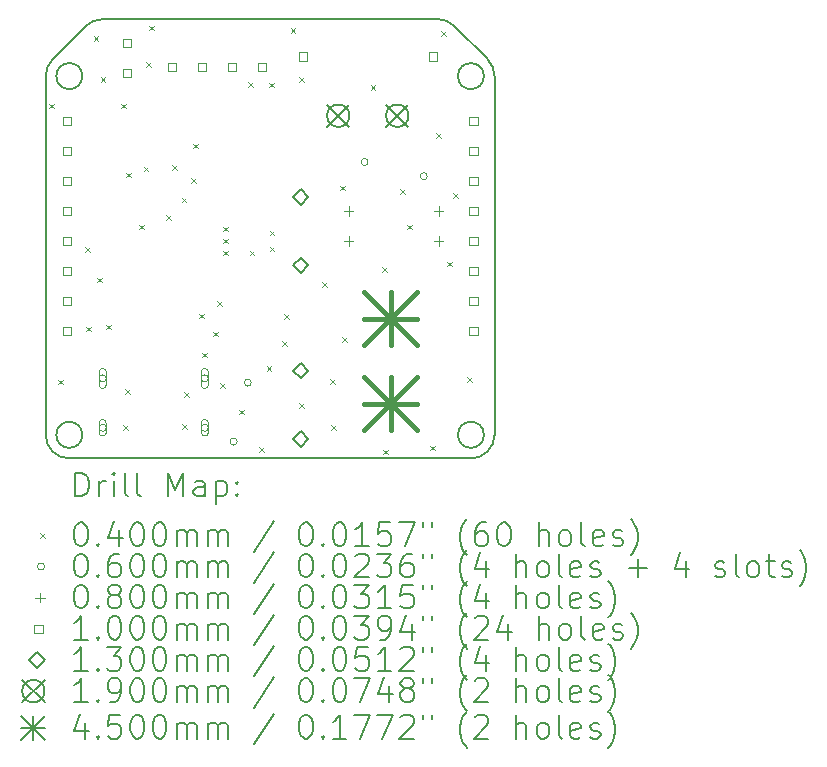
<source format=gbr>
%TF.GenerationSoftware,KiCad,Pcbnew,7.0.11*%
%TF.CreationDate,2025-01-20T01:28:46+09:00*%
%TF.ProjectId,PSU,5053552e-6b69-4636-9164-5f7063625858,rev?*%
%TF.SameCoordinates,Original*%
%TF.FileFunction,Drillmap*%
%TF.FilePolarity,Positive*%
%FSLAX45Y45*%
G04 Gerber Fmt 4.5, Leading zero omitted, Abs format (unit mm)*
G04 Created by KiCad (PCBNEW 7.0.11) date 2025-01-20 01:28:46*
%MOMM*%
%LPD*%
G01*
G04 APERTURE LIST*
%ADD10C,0.200000*%
%ADD11C,0.100000*%
%ADD12C,0.130000*%
%ADD13C,0.190000*%
%ADD14C,0.450000*%
G04 APERTURE END LIST*
D10*
X13817843Y-8280160D02*
G75*
G03*
X13676421Y-8338736I-3J-200000D01*
G01*
X13676421Y-8338736D02*
X13393579Y-8621579D01*
X17045000Y-11800258D02*
G75*
G03*
X16825000Y-11800258I-110000J0D01*
G01*
X16825000Y-11800258D02*
G75*
G03*
X17045000Y-11800258I110000J0D01*
G01*
X17135000Y-8763000D02*
G75*
G03*
X17076421Y-8621579I-200000J0D01*
G01*
X13335002Y-11800258D02*
G75*
G03*
X13535000Y-12000258I199998J-2D01*
G01*
X17045000Y-8763000D02*
G75*
G03*
X16825000Y-8763000I-110000J0D01*
G01*
X16825000Y-8763000D02*
G75*
G03*
X17045000Y-8763000I110000J0D01*
G01*
X13645000Y-8763000D02*
G75*
G03*
X13425000Y-8763000I-110000J0D01*
G01*
X13425000Y-8763000D02*
G75*
G03*
X13645000Y-8763000I110000J0D01*
G01*
X16652157Y-8280157D02*
X13817843Y-8280157D01*
X17135000Y-11800258D02*
X17135000Y-8763000D01*
X16935000Y-12000260D02*
G75*
G03*
X17135000Y-11800258I0J200000D01*
G01*
X16793581Y-8338734D02*
G75*
G03*
X16652157Y-8280157I-141421J-141426D01*
G01*
X13645000Y-11800258D02*
G75*
G03*
X13425000Y-11800258I-110000J0D01*
G01*
X13425000Y-11800258D02*
G75*
G03*
X13645000Y-11800258I110000J0D01*
G01*
X17076421Y-8621579D02*
X16793579Y-8338736D01*
X13335000Y-8763000D02*
X13335000Y-11800258D01*
X13393579Y-8621579D02*
G75*
G03*
X13335000Y-8763000I141421J-141421D01*
G01*
X13535000Y-12000258D02*
X16935000Y-12000258D01*
D11*
X13366000Y-8996000D02*
X13406000Y-9036000D01*
X13406000Y-8996000D02*
X13366000Y-9036000D01*
X13442000Y-11332000D02*
X13482000Y-11372000D01*
X13482000Y-11332000D02*
X13442000Y-11372000D01*
X13669929Y-10210000D02*
X13709929Y-10250000D01*
X13709929Y-10210000D02*
X13669929Y-10250000D01*
X13677000Y-10884000D02*
X13717000Y-10924000D01*
X13717000Y-10884000D02*
X13677000Y-10924000D01*
X13742000Y-8424000D02*
X13782000Y-8464000D01*
X13782000Y-8424000D02*
X13742000Y-8464000D01*
X13772200Y-10470200D02*
X13812200Y-10510200D01*
X13812200Y-10470200D02*
X13772200Y-10510200D01*
X13800000Y-8771000D02*
X13840000Y-8811000D01*
X13840000Y-8771000D02*
X13800000Y-8811000D01*
X13848000Y-10867000D02*
X13888000Y-10907000D01*
X13888000Y-10867000D02*
X13848000Y-10907000D01*
X13974000Y-8996000D02*
X14014000Y-9036000D01*
X14014000Y-8996000D02*
X13974000Y-9036000D01*
X13988000Y-11719000D02*
X14028000Y-11759000D01*
X14028000Y-11719000D02*
X13988000Y-11759000D01*
X14007000Y-11412000D02*
X14047000Y-11452000D01*
X14047000Y-11412000D02*
X14007000Y-11452000D01*
X14017080Y-9580790D02*
X14057080Y-9620790D01*
X14057080Y-9580790D02*
X14017080Y-9620790D01*
X14127000Y-10021000D02*
X14167000Y-10061000D01*
X14167000Y-10021000D02*
X14127000Y-10061000D01*
X14164000Y-9529000D02*
X14204000Y-9569000D01*
X14204000Y-9529000D02*
X14164000Y-9569000D01*
X14184000Y-8642000D02*
X14224000Y-8682000D01*
X14224000Y-8642000D02*
X14184000Y-8682000D01*
X14212000Y-8335000D02*
X14252000Y-8375000D01*
X14252000Y-8335000D02*
X14212000Y-8375000D01*
X14353000Y-9940000D02*
X14393000Y-9980000D01*
X14393000Y-9940000D02*
X14353000Y-9980000D01*
X14406000Y-9516000D02*
X14446000Y-9556000D01*
X14446000Y-9516000D02*
X14406000Y-9556000D01*
X14487000Y-9791000D02*
X14527000Y-9831000D01*
X14527000Y-9791000D02*
X14487000Y-9831000D01*
X14491000Y-11712000D02*
X14531000Y-11752000D01*
X14531000Y-11712000D02*
X14491000Y-11752000D01*
X14510000Y-11438000D02*
X14550000Y-11478000D01*
X14550000Y-11438000D02*
X14510000Y-11478000D01*
X14566000Y-9625000D02*
X14606000Y-9665000D01*
X14606000Y-9625000D02*
X14566000Y-9665000D01*
X14584000Y-9336000D02*
X14624000Y-9376000D01*
X14624000Y-9336000D02*
X14584000Y-9376000D01*
X14635800Y-10775000D02*
X14675800Y-10815000D01*
X14675800Y-10775000D02*
X14635800Y-10815000D01*
X14662000Y-11104000D02*
X14702000Y-11144000D01*
X14702000Y-11104000D02*
X14662000Y-11144000D01*
X14754000Y-10927000D02*
X14794000Y-10967000D01*
X14794000Y-10927000D02*
X14754000Y-10967000D01*
X14786000Y-10671000D02*
X14826000Y-10711000D01*
X14826000Y-10671000D02*
X14786000Y-10711000D01*
X14809000Y-11365000D02*
X14849000Y-11405000D01*
X14849000Y-11365000D02*
X14809000Y-11405000D01*
X14839000Y-10038400D02*
X14879000Y-10078400D01*
X14879000Y-10038400D02*
X14839000Y-10078400D01*
X14839000Y-10140000D02*
X14879000Y-10180000D01*
X14879000Y-10140000D02*
X14839000Y-10180000D01*
X14839000Y-10241600D02*
X14879000Y-10281600D01*
X14879000Y-10241600D02*
X14839000Y-10281600D01*
X14974000Y-11587000D02*
X15014000Y-11627000D01*
X15014000Y-11587000D02*
X14974000Y-11627000D01*
X15050000Y-8816000D02*
X15090000Y-8856000D01*
X15090000Y-8816000D02*
X15050000Y-8856000D01*
X15060616Y-10241871D02*
X15100616Y-10281871D01*
X15100616Y-10241871D02*
X15060616Y-10281871D01*
X15144000Y-11903000D02*
X15184000Y-11943000D01*
X15184000Y-11903000D02*
X15144000Y-11943000D01*
X15205000Y-11221000D02*
X15245000Y-11261000D01*
X15245000Y-11221000D02*
X15205000Y-11261000D01*
X15224000Y-8819000D02*
X15264000Y-8859000D01*
X15264000Y-8819000D02*
X15224000Y-8859000D01*
X15231000Y-10207000D02*
X15271000Y-10247000D01*
X15271000Y-10207000D02*
X15231000Y-10247000D01*
X15232000Y-10072000D02*
X15272000Y-10112000D01*
X15272000Y-10072000D02*
X15232000Y-10112000D01*
X15338000Y-11004000D02*
X15378000Y-11044000D01*
X15378000Y-11004000D02*
X15338000Y-11044000D01*
X15356000Y-10779000D02*
X15396000Y-10819000D01*
X15396000Y-10779000D02*
X15356000Y-10819000D01*
X15410000Y-8359000D02*
X15450000Y-8399000D01*
X15450000Y-8359000D02*
X15410000Y-8399000D01*
X15478000Y-11530000D02*
X15518000Y-11570000D01*
X15518000Y-11530000D02*
X15478000Y-11570000D01*
X15480000Y-8774000D02*
X15520000Y-8814000D01*
X15520000Y-8774000D02*
X15480000Y-8814000D01*
X15674000Y-10510000D02*
X15714000Y-10550000D01*
X15714000Y-10510000D02*
X15674000Y-10550000D01*
X15746000Y-11331000D02*
X15786000Y-11371000D01*
X15786000Y-11331000D02*
X15746000Y-11371000D01*
X15754000Y-11719000D02*
X15794000Y-11759000D01*
X15794000Y-11719000D02*
X15754000Y-11759000D01*
X15825000Y-9690000D02*
X15865000Y-9730000D01*
X15865000Y-9690000D02*
X15825000Y-9730000D01*
X15845000Y-10974000D02*
X15885000Y-11014000D01*
X15885000Y-10974000D02*
X15845000Y-11014000D01*
X16087000Y-8840000D02*
X16127000Y-8880000D01*
X16127000Y-8840000D02*
X16087000Y-8880000D01*
X16186000Y-10382000D02*
X16226000Y-10422000D01*
X16226000Y-10382000D02*
X16186000Y-10422000D01*
X16194000Y-11925000D02*
X16234000Y-11965000D01*
X16234000Y-11925000D02*
X16194000Y-11965000D01*
X16339000Y-9722000D02*
X16379000Y-9762000D01*
X16379000Y-9722000D02*
X16339000Y-9762000D01*
X16395000Y-10020000D02*
X16435000Y-10060000D01*
X16435000Y-10020000D02*
X16395000Y-10060000D01*
X16591000Y-11892000D02*
X16631000Y-11932000D01*
X16631000Y-11892000D02*
X16591000Y-11932000D01*
X16640000Y-9245000D02*
X16680000Y-9285000D01*
X16680000Y-9245000D02*
X16640000Y-9285000D01*
X16682000Y-8385000D02*
X16722000Y-8425000D01*
X16722000Y-8385000D02*
X16682000Y-8425000D01*
X16732000Y-10334000D02*
X16772000Y-10374000D01*
X16772000Y-10334000D02*
X16732000Y-10374000D01*
X16784000Y-9756000D02*
X16824000Y-9796000D01*
X16824000Y-9756000D02*
X16784000Y-9796000D01*
X16903000Y-11311000D02*
X16943000Y-11351000D01*
X16943000Y-11311000D02*
X16903000Y-11351000D01*
X13847600Y-11322700D02*
G75*
G03*
X13787600Y-11322700I-30000J0D01*
G01*
X13787600Y-11322700D02*
G75*
G03*
X13847600Y-11322700I30000J0D01*
G01*
X13787600Y-11267700D02*
X13787600Y-11377700D01*
X13787600Y-11377700D02*
G75*
G03*
X13847600Y-11377700I30000J0D01*
G01*
X13847600Y-11377700D02*
X13847600Y-11267700D01*
X13847600Y-11267700D02*
G75*
G03*
X13787600Y-11267700I-30000J0D01*
G01*
X13847600Y-11740700D02*
G75*
G03*
X13787600Y-11740700I-30000J0D01*
G01*
X13787600Y-11740700D02*
G75*
G03*
X13847600Y-11740700I30000J0D01*
G01*
X13787600Y-11700700D02*
X13787600Y-11780700D01*
X13787600Y-11780700D02*
G75*
G03*
X13847600Y-11780700I30000J0D01*
G01*
X13847600Y-11780700D02*
X13847600Y-11700700D01*
X13847600Y-11700700D02*
G75*
G03*
X13787600Y-11700700I-30000J0D01*
G01*
X14711600Y-11322700D02*
G75*
G03*
X14651600Y-11322700I-30000J0D01*
G01*
X14651600Y-11322700D02*
G75*
G03*
X14711600Y-11322700I30000J0D01*
G01*
X14651600Y-11267700D02*
X14651600Y-11377700D01*
X14651600Y-11377700D02*
G75*
G03*
X14711600Y-11377700I30000J0D01*
G01*
X14711600Y-11377700D02*
X14711600Y-11267700D01*
X14711600Y-11267700D02*
G75*
G03*
X14651600Y-11267700I-30000J0D01*
G01*
X14711600Y-11740700D02*
G75*
G03*
X14651600Y-11740700I-30000J0D01*
G01*
X14651600Y-11740700D02*
G75*
G03*
X14711600Y-11740700I30000J0D01*
G01*
X14651600Y-11700700D02*
X14651600Y-11780700D01*
X14651600Y-11780700D02*
G75*
G03*
X14711600Y-11780700I30000J0D01*
G01*
X14711600Y-11780700D02*
X14711600Y-11700700D01*
X14711600Y-11700700D02*
G75*
G03*
X14651600Y-11700700I-30000J0D01*
G01*
X14956000Y-11857800D02*
G75*
G03*
X14896000Y-11857800I-30000J0D01*
G01*
X14896000Y-11857800D02*
G75*
G03*
X14956000Y-11857800I30000J0D01*
G01*
X15076000Y-11357800D02*
G75*
G03*
X15016000Y-11357800I-30000J0D01*
G01*
X15016000Y-11357800D02*
G75*
G03*
X15076000Y-11357800I30000J0D01*
G01*
X16065400Y-9490400D02*
G75*
G03*
X16005400Y-9490400I-30000J0D01*
G01*
X16005400Y-9490400D02*
G75*
G03*
X16065400Y-9490400I30000J0D01*
G01*
X16565400Y-9610400D02*
G75*
G03*
X16505400Y-9610400I-30000J0D01*
G01*
X16505400Y-9610400D02*
G75*
G03*
X16565400Y-9610400I30000J0D01*
G01*
X15899400Y-9866500D02*
X15899400Y-9946500D01*
X15859400Y-9906500D02*
X15939400Y-9906500D01*
X15899400Y-10120500D02*
X15899400Y-10200500D01*
X15859400Y-10160500D02*
X15939400Y-10160500D01*
X16661400Y-9866500D02*
X16661400Y-9946500D01*
X16621400Y-9906500D02*
X16701400Y-9906500D01*
X16661400Y-10120500D02*
X16661400Y-10200500D01*
X16621400Y-10160500D02*
X16701400Y-10160500D01*
X13548156Y-9179356D02*
X13548156Y-9108644D01*
X13477444Y-9108644D01*
X13477444Y-9179356D01*
X13548156Y-9179356D01*
X13548156Y-9433356D02*
X13548156Y-9362644D01*
X13477444Y-9362644D01*
X13477444Y-9433356D01*
X13548156Y-9433356D01*
X13548156Y-9687356D02*
X13548156Y-9616644D01*
X13477444Y-9616644D01*
X13477444Y-9687356D01*
X13548156Y-9687356D01*
X13548156Y-9941356D02*
X13548156Y-9870644D01*
X13477444Y-9870644D01*
X13477444Y-9941356D01*
X13548156Y-9941356D01*
X13548156Y-10195356D02*
X13548156Y-10124644D01*
X13477444Y-10124644D01*
X13477444Y-10195356D01*
X13548156Y-10195356D01*
X13548156Y-10449356D02*
X13548156Y-10378644D01*
X13477444Y-10378644D01*
X13477444Y-10449356D01*
X13548156Y-10449356D01*
X13548156Y-10703356D02*
X13548156Y-10632644D01*
X13477444Y-10632644D01*
X13477444Y-10703356D01*
X13548156Y-10703356D01*
X13548156Y-10957356D02*
X13548156Y-10886644D01*
X13477444Y-10886644D01*
X13477444Y-10957356D01*
X13548156Y-10957356D01*
X14056156Y-8518956D02*
X14056156Y-8448244D01*
X13985444Y-8448244D01*
X13985444Y-8518956D01*
X14056156Y-8518956D01*
X14056156Y-8772956D02*
X14056156Y-8702244D01*
X13985444Y-8702244D01*
X13985444Y-8772956D01*
X14056156Y-8772956D01*
X14437156Y-8722156D02*
X14437156Y-8651444D01*
X14366444Y-8651444D01*
X14366444Y-8722156D01*
X14437156Y-8722156D01*
X14691156Y-8722156D02*
X14691156Y-8651444D01*
X14620444Y-8651444D01*
X14620444Y-8722156D01*
X14691156Y-8722156D01*
X14945156Y-8722156D02*
X14945156Y-8651444D01*
X14874444Y-8651444D01*
X14874444Y-8722156D01*
X14945156Y-8722156D01*
X15199156Y-8722156D02*
X15199156Y-8651444D01*
X15128444Y-8651444D01*
X15128444Y-8722156D01*
X15199156Y-8722156D01*
X15546956Y-8633956D02*
X15546956Y-8563244D01*
X15476244Y-8563244D01*
X15476244Y-8633956D01*
X15546956Y-8633956D01*
X16646956Y-8633956D02*
X16646956Y-8563244D01*
X16576244Y-8563244D01*
X16576244Y-8633956D01*
X16646956Y-8633956D01*
X16992356Y-9179356D02*
X16992356Y-9108644D01*
X16921644Y-9108644D01*
X16921644Y-9179356D01*
X16992356Y-9179356D01*
X16992356Y-9433356D02*
X16992356Y-9362644D01*
X16921644Y-9362644D01*
X16921644Y-9433356D01*
X16992356Y-9433356D01*
X16992356Y-9687356D02*
X16992356Y-9616644D01*
X16921644Y-9616644D01*
X16921644Y-9687356D01*
X16992356Y-9687356D01*
X16992356Y-9941356D02*
X16992356Y-9870644D01*
X16921644Y-9870644D01*
X16921644Y-9941356D01*
X16992356Y-9941356D01*
X16992356Y-10195356D02*
X16992356Y-10124644D01*
X16921644Y-10124644D01*
X16921644Y-10195356D01*
X16992356Y-10195356D01*
X16992356Y-10449356D02*
X16992356Y-10378644D01*
X16921644Y-10378644D01*
X16921644Y-10449356D01*
X16992356Y-10449356D01*
X16992356Y-10703356D02*
X16992356Y-10632644D01*
X16921644Y-10632644D01*
X16921644Y-10703356D01*
X16992356Y-10703356D01*
X16992356Y-10957356D02*
X16992356Y-10886644D01*
X16921644Y-10886644D01*
X16921644Y-10957356D01*
X16992356Y-10957356D01*
D12*
X15494000Y-9851400D02*
X15559000Y-9786400D01*
X15494000Y-9721400D01*
X15429000Y-9786400D01*
X15494000Y-9851400D01*
X15494000Y-10431400D02*
X15559000Y-10366400D01*
X15494000Y-10301400D01*
X15429000Y-10366400D01*
X15494000Y-10431400D01*
X15494000Y-11321400D02*
X15559000Y-11256400D01*
X15494000Y-11191400D01*
X15429000Y-11256400D01*
X15494000Y-11321400D01*
X15494000Y-11901400D02*
X15559000Y-11836400D01*
X15494000Y-11771400D01*
X15429000Y-11836400D01*
X15494000Y-11901400D01*
D13*
X15716600Y-9003600D02*
X15906600Y-9193600D01*
X15906600Y-9003600D02*
X15716600Y-9193600D01*
X15906600Y-9098600D02*
G75*
G03*
X15716600Y-9098600I-95000J0D01*
G01*
X15716600Y-9098600D02*
G75*
G03*
X15906600Y-9098600I95000J0D01*
G01*
X16216600Y-9003600D02*
X16406600Y-9193600D01*
X16406600Y-9003600D02*
X16216600Y-9193600D01*
X16406600Y-9098600D02*
G75*
G03*
X16216600Y-9098600I-95000J0D01*
G01*
X16216600Y-9098600D02*
G75*
G03*
X16406600Y-9098600I95000J0D01*
G01*
D14*
X16031000Y-10591000D02*
X16481000Y-11041000D01*
X16481000Y-10591000D02*
X16031000Y-11041000D01*
X16256000Y-10591000D02*
X16256000Y-11041000D01*
X16031000Y-10816000D02*
X16481000Y-10816000D01*
X16031000Y-11311000D02*
X16481000Y-11761000D01*
X16481000Y-11311000D02*
X16031000Y-11761000D01*
X16256000Y-11311000D02*
X16256000Y-11761000D01*
X16031000Y-11536000D02*
X16481000Y-11536000D01*
D10*
X13585777Y-12321742D02*
X13585777Y-12121742D01*
X13585777Y-12121742D02*
X13633396Y-12121742D01*
X13633396Y-12121742D02*
X13661967Y-12131266D01*
X13661967Y-12131266D02*
X13681015Y-12150314D01*
X13681015Y-12150314D02*
X13690539Y-12169361D01*
X13690539Y-12169361D02*
X13700062Y-12207456D01*
X13700062Y-12207456D02*
X13700062Y-12236028D01*
X13700062Y-12236028D02*
X13690539Y-12274123D01*
X13690539Y-12274123D02*
X13681015Y-12293171D01*
X13681015Y-12293171D02*
X13661967Y-12312218D01*
X13661967Y-12312218D02*
X13633396Y-12321742D01*
X13633396Y-12321742D02*
X13585777Y-12321742D01*
X13785777Y-12321742D02*
X13785777Y-12188409D01*
X13785777Y-12226504D02*
X13795301Y-12207456D01*
X13795301Y-12207456D02*
X13804824Y-12197933D01*
X13804824Y-12197933D02*
X13823872Y-12188409D01*
X13823872Y-12188409D02*
X13842920Y-12188409D01*
X13909586Y-12321742D02*
X13909586Y-12188409D01*
X13909586Y-12121742D02*
X13900062Y-12131266D01*
X13900062Y-12131266D02*
X13909586Y-12140790D01*
X13909586Y-12140790D02*
X13919110Y-12131266D01*
X13919110Y-12131266D02*
X13909586Y-12121742D01*
X13909586Y-12121742D02*
X13909586Y-12140790D01*
X14033396Y-12321742D02*
X14014348Y-12312218D01*
X14014348Y-12312218D02*
X14004824Y-12293171D01*
X14004824Y-12293171D02*
X14004824Y-12121742D01*
X14138158Y-12321742D02*
X14119110Y-12312218D01*
X14119110Y-12312218D02*
X14109586Y-12293171D01*
X14109586Y-12293171D02*
X14109586Y-12121742D01*
X14366729Y-12321742D02*
X14366729Y-12121742D01*
X14366729Y-12121742D02*
X14433396Y-12264599D01*
X14433396Y-12264599D02*
X14500062Y-12121742D01*
X14500062Y-12121742D02*
X14500062Y-12321742D01*
X14681015Y-12321742D02*
X14681015Y-12216980D01*
X14681015Y-12216980D02*
X14671491Y-12197933D01*
X14671491Y-12197933D02*
X14652443Y-12188409D01*
X14652443Y-12188409D02*
X14614348Y-12188409D01*
X14614348Y-12188409D02*
X14595301Y-12197933D01*
X14681015Y-12312218D02*
X14661967Y-12321742D01*
X14661967Y-12321742D02*
X14614348Y-12321742D01*
X14614348Y-12321742D02*
X14595301Y-12312218D01*
X14595301Y-12312218D02*
X14585777Y-12293171D01*
X14585777Y-12293171D02*
X14585777Y-12274123D01*
X14585777Y-12274123D02*
X14595301Y-12255075D01*
X14595301Y-12255075D02*
X14614348Y-12245552D01*
X14614348Y-12245552D02*
X14661967Y-12245552D01*
X14661967Y-12245552D02*
X14681015Y-12236028D01*
X14776253Y-12188409D02*
X14776253Y-12388409D01*
X14776253Y-12197933D02*
X14795301Y-12188409D01*
X14795301Y-12188409D02*
X14833396Y-12188409D01*
X14833396Y-12188409D02*
X14852443Y-12197933D01*
X14852443Y-12197933D02*
X14861967Y-12207456D01*
X14861967Y-12207456D02*
X14871491Y-12226504D01*
X14871491Y-12226504D02*
X14871491Y-12283647D01*
X14871491Y-12283647D02*
X14861967Y-12302694D01*
X14861967Y-12302694D02*
X14852443Y-12312218D01*
X14852443Y-12312218D02*
X14833396Y-12321742D01*
X14833396Y-12321742D02*
X14795301Y-12321742D01*
X14795301Y-12321742D02*
X14776253Y-12312218D01*
X14957205Y-12302694D02*
X14966729Y-12312218D01*
X14966729Y-12312218D02*
X14957205Y-12321742D01*
X14957205Y-12321742D02*
X14947682Y-12312218D01*
X14947682Y-12312218D02*
X14957205Y-12302694D01*
X14957205Y-12302694D02*
X14957205Y-12321742D01*
X14957205Y-12197933D02*
X14966729Y-12207456D01*
X14966729Y-12207456D02*
X14957205Y-12216980D01*
X14957205Y-12216980D02*
X14947682Y-12207456D01*
X14947682Y-12207456D02*
X14957205Y-12197933D01*
X14957205Y-12197933D02*
X14957205Y-12216980D01*
D11*
X13285000Y-12630258D02*
X13325000Y-12670258D01*
X13325000Y-12630258D02*
X13285000Y-12670258D01*
D10*
X13623872Y-12541742D02*
X13642920Y-12541742D01*
X13642920Y-12541742D02*
X13661967Y-12551266D01*
X13661967Y-12551266D02*
X13671491Y-12560790D01*
X13671491Y-12560790D02*
X13681015Y-12579837D01*
X13681015Y-12579837D02*
X13690539Y-12617933D01*
X13690539Y-12617933D02*
X13690539Y-12665552D01*
X13690539Y-12665552D02*
X13681015Y-12703647D01*
X13681015Y-12703647D02*
X13671491Y-12722694D01*
X13671491Y-12722694D02*
X13661967Y-12732218D01*
X13661967Y-12732218D02*
X13642920Y-12741742D01*
X13642920Y-12741742D02*
X13623872Y-12741742D01*
X13623872Y-12741742D02*
X13604824Y-12732218D01*
X13604824Y-12732218D02*
X13595301Y-12722694D01*
X13595301Y-12722694D02*
X13585777Y-12703647D01*
X13585777Y-12703647D02*
X13576253Y-12665552D01*
X13576253Y-12665552D02*
X13576253Y-12617933D01*
X13576253Y-12617933D02*
X13585777Y-12579837D01*
X13585777Y-12579837D02*
X13595301Y-12560790D01*
X13595301Y-12560790D02*
X13604824Y-12551266D01*
X13604824Y-12551266D02*
X13623872Y-12541742D01*
X13776253Y-12722694D02*
X13785777Y-12732218D01*
X13785777Y-12732218D02*
X13776253Y-12741742D01*
X13776253Y-12741742D02*
X13766729Y-12732218D01*
X13766729Y-12732218D02*
X13776253Y-12722694D01*
X13776253Y-12722694D02*
X13776253Y-12741742D01*
X13957205Y-12608409D02*
X13957205Y-12741742D01*
X13909586Y-12532218D02*
X13861967Y-12675075D01*
X13861967Y-12675075D02*
X13985777Y-12675075D01*
X14100062Y-12541742D02*
X14119110Y-12541742D01*
X14119110Y-12541742D02*
X14138158Y-12551266D01*
X14138158Y-12551266D02*
X14147682Y-12560790D01*
X14147682Y-12560790D02*
X14157205Y-12579837D01*
X14157205Y-12579837D02*
X14166729Y-12617933D01*
X14166729Y-12617933D02*
X14166729Y-12665552D01*
X14166729Y-12665552D02*
X14157205Y-12703647D01*
X14157205Y-12703647D02*
X14147682Y-12722694D01*
X14147682Y-12722694D02*
X14138158Y-12732218D01*
X14138158Y-12732218D02*
X14119110Y-12741742D01*
X14119110Y-12741742D02*
X14100062Y-12741742D01*
X14100062Y-12741742D02*
X14081015Y-12732218D01*
X14081015Y-12732218D02*
X14071491Y-12722694D01*
X14071491Y-12722694D02*
X14061967Y-12703647D01*
X14061967Y-12703647D02*
X14052443Y-12665552D01*
X14052443Y-12665552D02*
X14052443Y-12617933D01*
X14052443Y-12617933D02*
X14061967Y-12579837D01*
X14061967Y-12579837D02*
X14071491Y-12560790D01*
X14071491Y-12560790D02*
X14081015Y-12551266D01*
X14081015Y-12551266D02*
X14100062Y-12541742D01*
X14290539Y-12541742D02*
X14309586Y-12541742D01*
X14309586Y-12541742D02*
X14328634Y-12551266D01*
X14328634Y-12551266D02*
X14338158Y-12560790D01*
X14338158Y-12560790D02*
X14347682Y-12579837D01*
X14347682Y-12579837D02*
X14357205Y-12617933D01*
X14357205Y-12617933D02*
X14357205Y-12665552D01*
X14357205Y-12665552D02*
X14347682Y-12703647D01*
X14347682Y-12703647D02*
X14338158Y-12722694D01*
X14338158Y-12722694D02*
X14328634Y-12732218D01*
X14328634Y-12732218D02*
X14309586Y-12741742D01*
X14309586Y-12741742D02*
X14290539Y-12741742D01*
X14290539Y-12741742D02*
X14271491Y-12732218D01*
X14271491Y-12732218D02*
X14261967Y-12722694D01*
X14261967Y-12722694D02*
X14252443Y-12703647D01*
X14252443Y-12703647D02*
X14242920Y-12665552D01*
X14242920Y-12665552D02*
X14242920Y-12617933D01*
X14242920Y-12617933D02*
X14252443Y-12579837D01*
X14252443Y-12579837D02*
X14261967Y-12560790D01*
X14261967Y-12560790D02*
X14271491Y-12551266D01*
X14271491Y-12551266D02*
X14290539Y-12541742D01*
X14442920Y-12741742D02*
X14442920Y-12608409D01*
X14442920Y-12627456D02*
X14452443Y-12617933D01*
X14452443Y-12617933D02*
X14471491Y-12608409D01*
X14471491Y-12608409D02*
X14500063Y-12608409D01*
X14500063Y-12608409D02*
X14519110Y-12617933D01*
X14519110Y-12617933D02*
X14528634Y-12636980D01*
X14528634Y-12636980D02*
X14528634Y-12741742D01*
X14528634Y-12636980D02*
X14538158Y-12617933D01*
X14538158Y-12617933D02*
X14557205Y-12608409D01*
X14557205Y-12608409D02*
X14585777Y-12608409D01*
X14585777Y-12608409D02*
X14604824Y-12617933D01*
X14604824Y-12617933D02*
X14614348Y-12636980D01*
X14614348Y-12636980D02*
X14614348Y-12741742D01*
X14709586Y-12741742D02*
X14709586Y-12608409D01*
X14709586Y-12627456D02*
X14719110Y-12617933D01*
X14719110Y-12617933D02*
X14738158Y-12608409D01*
X14738158Y-12608409D02*
X14766729Y-12608409D01*
X14766729Y-12608409D02*
X14785777Y-12617933D01*
X14785777Y-12617933D02*
X14795301Y-12636980D01*
X14795301Y-12636980D02*
X14795301Y-12741742D01*
X14795301Y-12636980D02*
X14804824Y-12617933D01*
X14804824Y-12617933D02*
X14823872Y-12608409D01*
X14823872Y-12608409D02*
X14852443Y-12608409D01*
X14852443Y-12608409D02*
X14871491Y-12617933D01*
X14871491Y-12617933D02*
X14881015Y-12636980D01*
X14881015Y-12636980D02*
X14881015Y-12741742D01*
X15271491Y-12532218D02*
X15100063Y-12789361D01*
X15528634Y-12541742D02*
X15547682Y-12541742D01*
X15547682Y-12541742D02*
X15566729Y-12551266D01*
X15566729Y-12551266D02*
X15576253Y-12560790D01*
X15576253Y-12560790D02*
X15585777Y-12579837D01*
X15585777Y-12579837D02*
X15595301Y-12617933D01*
X15595301Y-12617933D02*
X15595301Y-12665552D01*
X15595301Y-12665552D02*
X15585777Y-12703647D01*
X15585777Y-12703647D02*
X15576253Y-12722694D01*
X15576253Y-12722694D02*
X15566729Y-12732218D01*
X15566729Y-12732218D02*
X15547682Y-12741742D01*
X15547682Y-12741742D02*
X15528634Y-12741742D01*
X15528634Y-12741742D02*
X15509586Y-12732218D01*
X15509586Y-12732218D02*
X15500063Y-12722694D01*
X15500063Y-12722694D02*
X15490539Y-12703647D01*
X15490539Y-12703647D02*
X15481015Y-12665552D01*
X15481015Y-12665552D02*
X15481015Y-12617933D01*
X15481015Y-12617933D02*
X15490539Y-12579837D01*
X15490539Y-12579837D02*
X15500063Y-12560790D01*
X15500063Y-12560790D02*
X15509586Y-12551266D01*
X15509586Y-12551266D02*
X15528634Y-12541742D01*
X15681015Y-12722694D02*
X15690539Y-12732218D01*
X15690539Y-12732218D02*
X15681015Y-12741742D01*
X15681015Y-12741742D02*
X15671491Y-12732218D01*
X15671491Y-12732218D02*
X15681015Y-12722694D01*
X15681015Y-12722694D02*
X15681015Y-12741742D01*
X15814348Y-12541742D02*
X15833396Y-12541742D01*
X15833396Y-12541742D02*
X15852444Y-12551266D01*
X15852444Y-12551266D02*
X15861967Y-12560790D01*
X15861967Y-12560790D02*
X15871491Y-12579837D01*
X15871491Y-12579837D02*
X15881015Y-12617933D01*
X15881015Y-12617933D02*
X15881015Y-12665552D01*
X15881015Y-12665552D02*
X15871491Y-12703647D01*
X15871491Y-12703647D02*
X15861967Y-12722694D01*
X15861967Y-12722694D02*
X15852444Y-12732218D01*
X15852444Y-12732218D02*
X15833396Y-12741742D01*
X15833396Y-12741742D02*
X15814348Y-12741742D01*
X15814348Y-12741742D02*
X15795301Y-12732218D01*
X15795301Y-12732218D02*
X15785777Y-12722694D01*
X15785777Y-12722694D02*
X15776253Y-12703647D01*
X15776253Y-12703647D02*
X15766729Y-12665552D01*
X15766729Y-12665552D02*
X15766729Y-12617933D01*
X15766729Y-12617933D02*
X15776253Y-12579837D01*
X15776253Y-12579837D02*
X15785777Y-12560790D01*
X15785777Y-12560790D02*
X15795301Y-12551266D01*
X15795301Y-12551266D02*
X15814348Y-12541742D01*
X16071491Y-12741742D02*
X15957206Y-12741742D01*
X16014348Y-12741742D02*
X16014348Y-12541742D01*
X16014348Y-12541742D02*
X15995301Y-12570314D01*
X15995301Y-12570314D02*
X15976253Y-12589361D01*
X15976253Y-12589361D02*
X15957206Y-12598885D01*
X16252444Y-12541742D02*
X16157206Y-12541742D01*
X16157206Y-12541742D02*
X16147682Y-12636980D01*
X16147682Y-12636980D02*
X16157206Y-12627456D01*
X16157206Y-12627456D02*
X16176253Y-12617933D01*
X16176253Y-12617933D02*
X16223872Y-12617933D01*
X16223872Y-12617933D02*
X16242920Y-12627456D01*
X16242920Y-12627456D02*
X16252444Y-12636980D01*
X16252444Y-12636980D02*
X16261967Y-12656028D01*
X16261967Y-12656028D02*
X16261967Y-12703647D01*
X16261967Y-12703647D02*
X16252444Y-12722694D01*
X16252444Y-12722694D02*
X16242920Y-12732218D01*
X16242920Y-12732218D02*
X16223872Y-12741742D01*
X16223872Y-12741742D02*
X16176253Y-12741742D01*
X16176253Y-12741742D02*
X16157206Y-12732218D01*
X16157206Y-12732218D02*
X16147682Y-12722694D01*
X16328634Y-12541742D02*
X16461967Y-12541742D01*
X16461967Y-12541742D02*
X16376253Y-12741742D01*
X16528634Y-12541742D02*
X16528634Y-12579837D01*
X16604825Y-12541742D02*
X16604825Y-12579837D01*
X16900063Y-12817933D02*
X16890539Y-12808409D01*
X16890539Y-12808409D02*
X16871491Y-12779837D01*
X16871491Y-12779837D02*
X16861968Y-12760790D01*
X16861968Y-12760790D02*
X16852444Y-12732218D01*
X16852444Y-12732218D02*
X16842920Y-12684599D01*
X16842920Y-12684599D02*
X16842920Y-12646504D01*
X16842920Y-12646504D02*
X16852444Y-12598885D01*
X16852444Y-12598885D02*
X16861968Y-12570314D01*
X16861968Y-12570314D02*
X16871491Y-12551266D01*
X16871491Y-12551266D02*
X16890539Y-12522694D01*
X16890539Y-12522694D02*
X16900063Y-12513171D01*
X17061968Y-12541742D02*
X17023872Y-12541742D01*
X17023872Y-12541742D02*
X17004825Y-12551266D01*
X17004825Y-12551266D02*
X16995301Y-12560790D01*
X16995301Y-12560790D02*
X16976253Y-12589361D01*
X16976253Y-12589361D02*
X16966730Y-12627456D01*
X16966730Y-12627456D02*
X16966730Y-12703647D01*
X16966730Y-12703647D02*
X16976253Y-12722694D01*
X16976253Y-12722694D02*
X16985777Y-12732218D01*
X16985777Y-12732218D02*
X17004825Y-12741742D01*
X17004825Y-12741742D02*
X17042920Y-12741742D01*
X17042920Y-12741742D02*
X17061968Y-12732218D01*
X17061968Y-12732218D02*
X17071491Y-12722694D01*
X17071491Y-12722694D02*
X17081015Y-12703647D01*
X17081015Y-12703647D02*
X17081015Y-12656028D01*
X17081015Y-12656028D02*
X17071491Y-12636980D01*
X17071491Y-12636980D02*
X17061968Y-12627456D01*
X17061968Y-12627456D02*
X17042920Y-12617933D01*
X17042920Y-12617933D02*
X17004825Y-12617933D01*
X17004825Y-12617933D02*
X16985777Y-12627456D01*
X16985777Y-12627456D02*
X16976253Y-12636980D01*
X16976253Y-12636980D02*
X16966730Y-12656028D01*
X17204825Y-12541742D02*
X17223872Y-12541742D01*
X17223872Y-12541742D02*
X17242920Y-12551266D01*
X17242920Y-12551266D02*
X17252444Y-12560790D01*
X17252444Y-12560790D02*
X17261968Y-12579837D01*
X17261968Y-12579837D02*
X17271491Y-12617933D01*
X17271491Y-12617933D02*
X17271491Y-12665552D01*
X17271491Y-12665552D02*
X17261968Y-12703647D01*
X17261968Y-12703647D02*
X17252444Y-12722694D01*
X17252444Y-12722694D02*
X17242920Y-12732218D01*
X17242920Y-12732218D02*
X17223872Y-12741742D01*
X17223872Y-12741742D02*
X17204825Y-12741742D01*
X17204825Y-12741742D02*
X17185777Y-12732218D01*
X17185777Y-12732218D02*
X17176253Y-12722694D01*
X17176253Y-12722694D02*
X17166730Y-12703647D01*
X17166730Y-12703647D02*
X17157206Y-12665552D01*
X17157206Y-12665552D02*
X17157206Y-12617933D01*
X17157206Y-12617933D02*
X17166730Y-12579837D01*
X17166730Y-12579837D02*
X17176253Y-12560790D01*
X17176253Y-12560790D02*
X17185777Y-12551266D01*
X17185777Y-12551266D02*
X17204825Y-12541742D01*
X17509587Y-12741742D02*
X17509587Y-12541742D01*
X17595301Y-12741742D02*
X17595301Y-12636980D01*
X17595301Y-12636980D02*
X17585777Y-12617933D01*
X17585777Y-12617933D02*
X17566730Y-12608409D01*
X17566730Y-12608409D02*
X17538158Y-12608409D01*
X17538158Y-12608409D02*
X17519111Y-12617933D01*
X17519111Y-12617933D02*
X17509587Y-12627456D01*
X17719111Y-12741742D02*
X17700063Y-12732218D01*
X17700063Y-12732218D02*
X17690539Y-12722694D01*
X17690539Y-12722694D02*
X17681015Y-12703647D01*
X17681015Y-12703647D02*
X17681015Y-12646504D01*
X17681015Y-12646504D02*
X17690539Y-12627456D01*
X17690539Y-12627456D02*
X17700063Y-12617933D01*
X17700063Y-12617933D02*
X17719111Y-12608409D01*
X17719111Y-12608409D02*
X17747682Y-12608409D01*
X17747682Y-12608409D02*
X17766730Y-12617933D01*
X17766730Y-12617933D02*
X17776253Y-12627456D01*
X17776253Y-12627456D02*
X17785777Y-12646504D01*
X17785777Y-12646504D02*
X17785777Y-12703647D01*
X17785777Y-12703647D02*
X17776253Y-12722694D01*
X17776253Y-12722694D02*
X17766730Y-12732218D01*
X17766730Y-12732218D02*
X17747682Y-12741742D01*
X17747682Y-12741742D02*
X17719111Y-12741742D01*
X17900063Y-12741742D02*
X17881015Y-12732218D01*
X17881015Y-12732218D02*
X17871492Y-12713171D01*
X17871492Y-12713171D02*
X17871492Y-12541742D01*
X18052444Y-12732218D02*
X18033396Y-12741742D01*
X18033396Y-12741742D02*
X17995301Y-12741742D01*
X17995301Y-12741742D02*
X17976253Y-12732218D01*
X17976253Y-12732218D02*
X17966730Y-12713171D01*
X17966730Y-12713171D02*
X17966730Y-12636980D01*
X17966730Y-12636980D02*
X17976253Y-12617933D01*
X17976253Y-12617933D02*
X17995301Y-12608409D01*
X17995301Y-12608409D02*
X18033396Y-12608409D01*
X18033396Y-12608409D02*
X18052444Y-12617933D01*
X18052444Y-12617933D02*
X18061968Y-12636980D01*
X18061968Y-12636980D02*
X18061968Y-12656028D01*
X18061968Y-12656028D02*
X17966730Y-12675075D01*
X18138158Y-12732218D02*
X18157206Y-12741742D01*
X18157206Y-12741742D02*
X18195301Y-12741742D01*
X18195301Y-12741742D02*
X18214349Y-12732218D01*
X18214349Y-12732218D02*
X18223873Y-12713171D01*
X18223873Y-12713171D02*
X18223873Y-12703647D01*
X18223873Y-12703647D02*
X18214349Y-12684599D01*
X18214349Y-12684599D02*
X18195301Y-12675075D01*
X18195301Y-12675075D02*
X18166730Y-12675075D01*
X18166730Y-12675075D02*
X18147682Y-12665552D01*
X18147682Y-12665552D02*
X18138158Y-12646504D01*
X18138158Y-12646504D02*
X18138158Y-12636980D01*
X18138158Y-12636980D02*
X18147682Y-12617933D01*
X18147682Y-12617933D02*
X18166730Y-12608409D01*
X18166730Y-12608409D02*
X18195301Y-12608409D01*
X18195301Y-12608409D02*
X18214349Y-12617933D01*
X18290539Y-12817933D02*
X18300063Y-12808409D01*
X18300063Y-12808409D02*
X18319111Y-12779837D01*
X18319111Y-12779837D02*
X18328634Y-12760790D01*
X18328634Y-12760790D02*
X18338158Y-12732218D01*
X18338158Y-12732218D02*
X18347682Y-12684599D01*
X18347682Y-12684599D02*
X18347682Y-12646504D01*
X18347682Y-12646504D02*
X18338158Y-12598885D01*
X18338158Y-12598885D02*
X18328634Y-12570314D01*
X18328634Y-12570314D02*
X18319111Y-12551266D01*
X18319111Y-12551266D02*
X18300063Y-12522694D01*
X18300063Y-12522694D02*
X18290539Y-12513171D01*
D11*
X13325000Y-12914258D02*
G75*
G03*
X13265000Y-12914258I-30000J0D01*
G01*
X13265000Y-12914258D02*
G75*
G03*
X13325000Y-12914258I30000J0D01*
G01*
D10*
X13623872Y-12805742D02*
X13642920Y-12805742D01*
X13642920Y-12805742D02*
X13661967Y-12815266D01*
X13661967Y-12815266D02*
X13671491Y-12824790D01*
X13671491Y-12824790D02*
X13681015Y-12843837D01*
X13681015Y-12843837D02*
X13690539Y-12881933D01*
X13690539Y-12881933D02*
X13690539Y-12929552D01*
X13690539Y-12929552D02*
X13681015Y-12967647D01*
X13681015Y-12967647D02*
X13671491Y-12986694D01*
X13671491Y-12986694D02*
X13661967Y-12996218D01*
X13661967Y-12996218D02*
X13642920Y-13005742D01*
X13642920Y-13005742D02*
X13623872Y-13005742D01*
X13623872Y-13005742D02*
X13604824Y-12996218D01*
X13604824Y-12996218D02*
X13595301Y-12986694D01*
X13595301Y-12986694D02*
X13585777Y-12967647D01*
X13585777Y-12967647D02*
X13576253Y-12929552D01*
X13576253Y-12929552D02*
X13576253Y-12881933D01*
X13576253Y-12881933D02*
X13585777Y-12843837D01*
X13585777Y-12843837D02*
X13595301Y-12824790D01*
X13595301Y-12824790D02*
X13604824Y-12815266D01*
X13604824Y-12815266D02*
X13623872Y-12805742D01*
X13776253Y-12986694D02*
X13785777Y-12996218D01*
X13785777Y-12996218D02*
X13776253Y-13005742D01*
X13776253Y-13005742D02*
X13766729Y-12996218D01*
X13766729Y-12996218D02*
X13776253Y-12986694D01*
X13776253Y-12986694D02*
X13776253Y-13005742D01*
X13957205Y-12805742D02*
X13919110Y-12805742D01*
X13919110Y-12805742D02*
X13900062Y-12815266D01*
X13900062Y-12815266D02*
X13890539Y-12824790D01*
X13890539Y-12824790D02*
X13871491Y-12853361D01*
X13871491Y-12853361D02*
X13861967Y-12891456D01*
X13861967Y-12891456D02*
X13861967Y-12967647D01*
X13861967Y-12967647D02*
X13871491Y-12986694D01*
X13871491Y-12986694D02*
X13881015Y-12996218D01*
X13881015Y-12996218D02*
X13900062Y-13005742D01*
X13900062Y-13005742D02*
X13938158Y-13005742D01*
X13938158Y-13005742D02*
X13957205Y-12996218D01*
X13957205Y-12996218D02*
X13966729Y-12986694D01*
X13966729Y-12986694D02*
X13976253Y-12967647D01*
X13976253Y-12967647D02*
X13976253Y-12920028D01*
X13976253Y-12920028D02*
X13966729Y-12900980D01*
X13966729Y-12900980D02*
X13957205Y-12891456D01*
X13957205Y-12891456D02*
X13938158Y-12881933D01*
X13938158Y-12881933D02*
X13900062Y-12881933D01*
X13900062Y-12881933D02*
X13881015Y-12891456D01*
X13881015Y-12891456D02*
X13871491Y-12900980D01*
X13871491Y-12900980D02*
X13861967Y-12920028D01*
X14100062Y-12805742D02*
X14119110Y-12805742D01*
X14119110Y-12805742D02*
X14138158Y-12815266D01*
X14138158Y-12815266D02*
X14147682Y-12824790D01*
X14147682Y-12824790D02*
X14157205Y-12843837D01*
X14157205Y-12843837D02*
X14166729Y-12881933D01*
X14166729Y-12881933D02*
X14166729Y-12929552D01*
X14166729Y-12929552D02*
X14157205Y-12967647D01*
X14157205Y-12967647D02*
X14147682Y-12986694D01*
X14147682Y-12986694D02*
X14138158Y-12996218D01*
X14138158Y-12996218D02*
X14119110Y-13005742D01*
X14119110Y-13005742D02*
X14100062Y-13005742D01*
X14100062Y-13005742D02*
X14081015Y-12996218D01*
X14081015Y-12996218D02*
X14071491Y-12986694D01*
X14071491Y-12986694D02*
X14061967Y-12967647D01*
X14061967Y-12967647D02*
X14052443Y-12929552D01*
X14052443Y-12929552D02*
X14052443Y-12881933D01*
X14052443Y-12881933D02*
X14061967Y-12843837D01*
X14061967Y-12843837D02*
X14071491Y-12824790D01*
X14071491Y-12824790D02*
X14081015Y-12815266D01*
X14081015Y-12815266D02*
X14100062Y-12805742D01*
X14290539Y-12805742D02*
X14309586Y-12805742D01*
X14309586Y-12805742D02*
X14328634Y-12815266D01*
X14328634Y-12815266D02*
X14338158Y-12824790D01*
X14338158Y-12824790D02*
X14347682Y-12843837D01*
X14347682Y-12843837D02*
X14357205Y-12881933D01*
X14357205Y-12881933D02*
X14357205Y-12929552D01*
X14357205Y-12929552D02*
X14347682Y-12967647D01*
X14347682Y-12967647D02*
X14338158Y-12986694D01*
X14338158Y-12986694D02*
X14328634Y-12996218D01*
X14328634Y-12996218D02*
X14309586Y-13005742D01*
X14309586Y-13005742D02*
X14290539Y-13005742D01*
X14290539Y-13005742D02*
X14271491Y-12996218D01*
X14271491Y-12996218D02*
X14261967Y-12986694D01*
X14261967Y-12986694D02*
X14252443Y-12967647D01*
X14252443Y-12967647D02*
X14242920Y-12929552D01*
X14242920Y-12929552D02*
X14242920Y-12881933D01*
X14242920Y-12881933D02*
X14252443Y-12843837D01*
X14252443Y-12843837D02*
X14261967Y-12824790D01*
X14261967Y-12824790D02*
X14271491Y-12815266D01*
X14271491Y-12815266D02*
X14290539Y-12805742D01*
X14442920Y-13005742D02*
X14442920Y-12872409D01*
X14442920Y-12891456D02*
X14452443Y-12881933D01*
X14452443Y-12881933D02*
X14471491Y-12872409D01*
X14471491Y-12872409D02*
X14500063Y-12872409D01*
X14500063Y-12872409D02*
X14519110Y-12881933D01*
X14519110Y-12881933D02*
X14528634Y-12900980D01*
X14528634Y-12900980D02*
X14528634Y-13005742D01*
X14528634Y-12900980D02*
X14538158Y-12881933D01*
X14538158Y-12881933D02*
X14557205Y-12872409D01*
X14557205Y-12872409D02*
X14585777Y-12872409D01*
X14585777Y-12872409D02*
X14604824Y-12881933D01*
X14604824Y-12881933D02*
X14614348Y-12900980D01*
X14614348Y-12900980D02*
X14614348Y-13005742D01*
X14709586Y-13005742D02*
X14709586Y-12872409D01*
X14709586Y-12891456D02*
X14719110Y-12881933D01*
X14719110Y-12881933D02*
X14738158Y-12872409D01*
X14738158Y-12872409D02*
X14766729Y-12872409D01*
X14766729Y-12872409D02*
X14785777Y-12881933D01*
X14785777Y-12881933D02*
X14795301Y-12900980D01*
X14795301Y-12900980D02*
X14795301Y-13005742D01*
X14795301Y-12900980D02*
X14804824Y-12881933D01*
X14804824Y-12881933D02*
X14823872Y-12872409D01*
X14823872Y-12872409D02*
X14852443Y-12872409D01*
X14852443Y-12872409D02*
X14871491Y-12881933D01*
X14871491Y-12881933D02*
X14881015Y-12900980D01*
X14881015Y-12900980D02*
X14881015Y-13005742D01*
X15271491Y-12796218D02*
X15100063Y-13053361D01*
X15528634Y-12805742D02*
X15547682Y-12805742D01*
X15547682Y-12805742D02*
X15566729Y-12815266D01*
X15566729Y-12815266D02*
X15576253Y-12824790D01*
X15576253Y-12824790D02*
X15585777Y-12843837D01*
X15585777Y-12843837D02*
X15595301Y-12881933D01*
X15595301Y-12881933D02*
X15595301Y-12929552D01*
X15595301Y-12929552D02*
X15585777Y-12967647D01*
X15585777Y-12967647D02*
X15576253Y-12986694D01*
X15576253Y-12986694D02*
X15566729Y-12996218D01*
X15566729Y-12996218D02*
X15547682Y-13005742D01*
X15547682Y-13005742D02*
X15528634Y-13005742D01*
X15528634Y-13005742D02*
X15509586Y-12996218D01*
X15509586Y-12996218D02*
X15500063Y-12986694D01*
X15500063Y-12986694D02*
X15490539Y-12967647D01*
X15490539Y-12967647D02*
X15481015Y-12929552D01*
X15481015Y-12929552D02*
X15481015Y-12881933D01*
X15481015Y-12881933D02*
X15490539Y-12843837D01*
X15490539Y-12843837D02*
X15500063Y-12824790D01*
X15500063Y-12824790D02*
X15509586Y-12815266D01*
X15509586Y-12815266D02*
X15528634Y-12805742D01*
X15681015Y-12986694D02*
X15690539Y-12996218D01*
X15690539Y-12996218D02*
X15681015Y-13005742D01*
X15681015Y-13005742D02*
X15671491Y-12996218D01*
X15671491Y-12996218D02*
X15681015Y-12986694D01*
X15681015Y-12986694D02*
X15681015Y-13005742D01*
X15814348Y-12805742D02*
X15833396Y-12805742D01*
X15833396Y-12805742D02*
X15852444Y-12815266D01*
X15852444Y-12815266D02*
X15861967Y-12824790D01*
X15861967Y-12824790D02*
X15871491Y-12843837D01*
X15871491Y-12843837D02*
X15881015Y-12881933D01*
X15881015Y-12881933D02*
X15881015Y-12929552D01*
X15881015Y-12929552D02*
X15871491Y-12967647D01*
X15871491Y-12967647D02*
X15861967Y-12986694D01*
X15861967Y-12986694D02*
X15852444Y-12996218D01*
X15852444Y-12996218D02*
X15833396Y-13005742D01*
X15833396Y-13005742D02*
X15814348Y-13005742D01*
X15814348Y-13005742D02*
X15795301Y-12996218D01*
X15795301Y-12996218D02*
X15785777Y-12986694D01*
X15785777Y-12986694D02*
X15776253Y-12967647D01*
X15776253Y-12967647D02*
X15766729Y-12929552D01*
X15766729Y-12929552D02*
X15766729Y-12881933D01*
X15766729Y-12881933D02*
X15776253Y-12843837D01*
X15776253Y-12843837D02*
X15785777Y-12824790D01*
X15785777Y-12824790D02*
X15795301Y-12815266D01*
X15795301Y-12815266D02*
X15814348Y-12805742D01*
X15957206Y-12824790D02*
X15966729Y-12815266D01*
X15966729Y-12815266D02*
X15985777Y-12805742D01*
X15985777Y-12805742D02*
X16033396Y-12805742D01*
X16033396Y-12805742D02*
X16052444Y-12815266D01*
X16052444Y-12815266D02*
X16061967Y-12824790D01*
X16061967Y-12824790D02*
X16071491Y-12843837D01*
X16071491Y-12843837D02*
X16071491Y-12862885D01*
X16071491Y-12862885D02*
X16061967Y-12891456D01*
X16061967Y-12891456D02*
X15947682Y-13005742D01*
X15947682Y-13005742D02*
X16071491Y-13005742D01*
X16138158Y-12805742D02*
X16261967Y-12805742D01*
X16261967Y-12805742D02*
X16195301Y-12881933D01*
X16195301Y-12881933D02*
X16223872Y-12881933D01*
X16223872Y-12881933D02*
X16242920Y-12891456D01*
X16242920Y-12891456D02*
X16252444Y-12900980D01*
X16252444Y-12900980D02*
X16261967Y-12920028D01*
X16261967Y-12920028D02*
X16261967Y-12967647D01*
X16261967Y-12967647D02*
X16252444Y-12986694D01*
X16252444Y-12986694D02*
X16242920Y-12996218D01*
X16242920Y-12996218D02*
X16223872Y-13005742D01*
X16223872Y-13005742D02*
X16166729Y-13005742D01*
X16166729Y-13005742D02*
X16147682Y-12996218D01*
X16147682Y-12996218D02*
X16138158Y-12986694D01*
X16433396Y-12805742D02*
X16395301Y-12805742D01*
X16395301Y-12805742D02*
X16376253Y-12815266D01*
X16376253Y-12815266D02*
X16366729Y-12824790D01*
X16366729Y-12824790D02*
X16347682Y-12853361D01*
X16347682Y-12853361D02*
X16338158Y-12891456D01*
X16338158Y-12891456D02*
X16338158Y-12967647D01*
X16338158Y-12967647D02*
X16347682Y-12986694D01*
X16347682Y-12986694D02*
X16357206Y-12996218D01*
X16357206Y-12996218D02*
X16376253Y-13005742D01*
X16376253Y-13005742D02*
X16414348Y-13005742D01*
X16414348Y-13005742D02*
X16433396Y-12996218D01*
X16433396Y-12996218D02*
X16442920Y-12986694D01*
X16442920Y-12986694D02*
X16452444Y-12967647D01*
X16452444Y-12967647D02*
X16452444Y-12920028D01*
X16452444Y-12920028D02*
X16442920Y-12900980D01*
X16442920Y-12900980D02*
X16433396Y-12891456D01*
X16433396Y-12891456D02*
X16414348Y-12881933D01*
X16414348Y-12881933D02*
X16376253Y-12881933D01*
X16376253Y-12881933D02*
X16357206Y-12891456D01*
X16357206Y-12891456D02*
X16347682Y-12900980D01*
X16347682Y-12900980D02*
X16338158Y-12920028D01*
X16528634Y-12805742D02*
X16528634Y-12843837D01*
X16604825Y-12805742D02*
X16604825Y-12843837D01*
X16900063Y-13081933D02*
X16890539Y-13072409D01*
X16890539Y-13072409D02*
X16871491Y-13043837D01*
X16871491Y-13043837D02*
X16861968Y-13024790D01*
X16861968Y-13024790D02*
X16852444Y-12996218D01*
X16852444Y-12996218D02*
X16842920Y-12948599D01*
X16842920Y-12948599D02*
X16842920Y-12910504D01*
X16842920Y-12910504D02*
X16852444Y-12862885D01*
X16852444Y-12862885D02*
X16861968Y-12834314D01*
X16861968Y-12834314D02*
X16871491Y-12815266D01*
X16871491Y-12815266D02*
X16890539Y-12786694D01*
X16890539Y-12786694D02*
X16900063Y-12777171D01*
X17061968Y-12872409D02*
X17061968Y-13005742D01*
X17014349Y-12796218D02*
X16966730Y-12939075D01*
X16966730Y-12939075D02*
X17090539Y-12939075D01*
X17319111Y-13005742D02*
X17319111Y-12805742D01*
X17404825Y-13005742D02*
X17404825Y-12900980D01*
X17404825Y-12900980D02*
X17395301Y-12881933D01*
X17395301Y-12881933D02*
X17376253Y-12872409D01*
X17376253Y-12872409D02*
X17347682Y-12872409D01*
X17347682Y-12872409D02*
X17328634Y-12881933D01*
X17328634Y-12881933D02*
X17319111Y-12891456D01*
X17528634Y-13005742D02*
X17509587Y-12996218D01*
X17509587Y-12996218D02*
X17500063Y-12986694D01*
X17500063Y-12986694D02*
X17490539Y-12967647D01*
X17490539Y-12967647D02*
X17490539Y-12910504D01*
X17490539Y-12910504D02*
X17500063Y-12891456D01*
X17500063Y-12891456D02*
X17509587Y-12881933D01*
X17509587Y-12881933D02*
X17528634Y-12872409D01*
X17528634Y-12872409D02*
X17557206Y-12872409D01*
X17557206Y-12872409D02*
X17576253Y-12881933D01*
X17576253Y-12881933D02*
X17585777Y-12891456D01*
X17585777Y-12891456D02*
X17595301Y-12910504D01*
X17595301Y-12910504D02*
X17595301Y-12967647D01*
X17595301Y-12967647D02*
X17585777Y-12986694D01*
X17585777Y-12986694D02*
X17576253Y-12996218D01*
X17576253Y-12996218D02*
X17557206Y-13005742D01*
X17557206Y-13005742D02*
X17528634Y-13005742D01*
X17709587Y-13005742D02*
X17690539Y-12996218D01*
X17690539Y-12996218D02*
X17681015Y-12977171D01*
X17681015Y-12977171D02*
X17681015Y-12805742D01*
X17861968Y-12996218D02*
X17842920Y-13005742D01*
X17842920Y-13005742D02*
X17804825Y-13005742D01*
X17804825Y-13005742D02*
X17785777Y-12996218D01*
X17785777Y-12996218D02*
X17776253Y-12977171D01*
X17776253Y-12977171D02*
X17776253Y-12900980D01*
X17776253Y-12900980D02*
X17785777Y-12881933D01*
X17785777Y-12881933D02*
X17804825Y-12872409D01*
X17804825Y-12872409D02*
X17842920Y-12872409D01*
X17842920Y-12872409D02*
X17861968Y-12881933D01*
X17861968Y-12881933D02*
X17871492Y-12900980D01*
X17871492Y-12900980D02*
X17871492Y-12920028D01*
X17871492Y-12920028D02*
X17776253Y-12939075D01*
X17947682Y-12996218D02*
X17966730Y-13005742D01*
X17966730Y-13005742D02*
X18004825Y-13005742D01*
X18004825Y-13005742D02*
X18023873Y-12996218D01*
X18023873Y-12996218D02*
X18033396Y-12977171D01*
X18033396Y-12977171D02*
X18033396Y-12967647D01*
X18033396Y-12967647D02*
X18023873Y-12948599D01*
X18023873Y-12948599D02*
X18004825Y-12939075D01*
X18004825Y-12939075D02*
X17976253Y-12939075D01*
X17976253Y-12939075D02*
X17957206Y-12929552D01*
X17957206Y-12929552D02*
X17947682Y-12910504D01*
X17947682Y-12910504D02*
X17947682Y-12900980D01*
X17947682Y-12900980D02*
X17957206Y-12881933D01*
X17957206Y-12881933D02*
X17976253Y-12872409D01*
X17976253Y-12872409D02*
X18004825Y-12872409D01*
X18004825Y-12872409D02*
X18023873Y-12881933D01*
X18271492Y-12929552D02*
X18423873Y-12929552D01*
X18347682Y-13005742D02*
X18347682Y-12853361D01*
X18757206Y-12872409D02*
X18757206Y-13005742D01*
X18709587Y-12796218D02*
X18661968Y-12939075D01*
X18661968Y-12939075D02*
X18785777Y-12939075D01*
X19004825Y-12996218D02*
X19023873Y-13005742D01*
X19023873Y-13005742D02*
X19061968Y-13005742D01*
X19061968Y-13005742D02*
X19081016Y-12996218D01*
X19081016Y-12996218D02*
X19090539Y-12977171D01*
X19090539Y-12977171D02*
X19090539Y-12967647D01*
X19090539Y-12967647D02*
X19081016Y-12948599D01*
X19081016Y-12948599D02*
X19061968Y-12939075D01*
X19061968Y-12939075D02*
X19033396Y-12939075D01*
X19033396Y-12939075D02*
X19014349Y-12929552D01*
X19014349Y-12929552D02*
X19004825Y-12910504D01*
X19004825Y-12910504D02*
X19004825Y-12900980D01*
X19004825Y-12900980D02*
X19014349Y-12881933D01*
X19014349Y-12881933D02*
X19033396Y-12872409D01*
X19033396Y-12872409D02*
X19061968Y-12872409D01*
X19061968Y-12872409D02*
X19081016Y-12881933D01*
X19204825Y-13005742D02*
X19185777Y-12996218D01*
X19185777Y-12996218D02*
X19176254Y-12977171D01*
X19176254Y-12977171D02*
X19176254Y-12805742D01*
X19309587Y-13005742D02*
X19290539Y-12996218D01*
X19290539Y-12996218D02*
X19281016Y-12986694D01*
X19281016Y-12986694D02*
X19271492Y-12967647D01*
X19271492Y-12967647D02*
X19271492Y-12910504D01*
X19271492Y-12910504D02*
X19281016Y-12891456D01*
X19281016Y-12891456D02*
X19290539Y-12881933D01*
X19290539Y-12881933D02*
X19309587Y-12872409D01*
X19309587Y-12872409D02*
X19338158Y-12872409D01*
X19338158Y-12872409D02*
X19357206Y-12881933D01*
X19357206Y-12881933D02*
X19366730Y-12891456D01*
X19366730Y-12891456D02*
X19376254Y-12910504D01*
X19376254Y-12910504D02*
X19376254Y-12967647D01*
X19376254Y-12967647D02*
X19366730Y-12986694D01*
X19366730Y-12986694D02*
X19357206Y-12996218D01*
X19357206Y-12996218D02*
X19338158Y-13005742D01*
X19338158Y-13005742D02*
X19309587Y-13005742D01*
X19433397Y-12872409D02*
X19509587Y-12872409D01*
X19461968Y-12805742D02*
X19461968Y-12977171D01*
X19461968Y-12977171D02*
X19471492Y-12996218D01*
X19471492Y-12996218D02*
X19490539Y-13005742D01*
X19490539Y-13005742D02*
X19509587Y-13005742D01*
X19566730Y-12996218D02*
X19585777Y-13005742D01*
X19585777Y-13005742D02*
X19623873Y-13005742D01*
X19623873Y-13005742D02*
X19642920Y-12996218D01*
X19642920Y-12996218D02*
X19652444Y-12977171D01*
X19652444Y-12977171D02*
X19652444Y-12967647D01*
X19652444Y-12967647D02*
X19642920Y-12948599D01*
X19642920Y-12948599D02*
X19623873Y-12939075D01*
X19623873Y-12939075D02*
X19595301Y-12939075D01*
X19595301Y-12939075D02*
X19576254Y-12929552D01*
X19576254Y-12929552D02*
X19566730Y-12910504D01*
X19566730Y-12910504D02*
X19566730Y-12900980D01*
X19566730Y-12900980D02*
X19576254Y-12881933D01*
X19576254Y-12881933D02*
X19595301Y-12872409D01*
X19595301Y-12872409D02*
X19623873Y-12872409D01*
X19623873Y-12872409D02*
X19642920Y-12881933D01*
X19719111Y-13081933D02*
X19728635Y-13072409D01*
X19728635Y-13072409D02*
X19747682Y-13043837D01*
X19747682Y-13043837D02*
X19757206Y-13024790D01*
X19757206Y-13024790D02*
X19766730Y-12996218D01*
X19766730Y-12996218D02*
X19776254Y-12948599D01*
X19776254Y-12948599D02*
X19776254Y-12910504D01*
X19776254Y-12910504D02*
X19766730Y-12862885D01*
X19766730Y-12862885D02*
X19757206Y-12834314D01*
X19757206Y-12834314D02*
X19747682Y-12815266D01*
X19747682Y-12815266D02*
X19728635Y-12786694D01*
X19728635Y-12786694D02*
X19719111Y-12777171D01*
D11*
X13285000Y-13138258D02*
X13285000Y-13218258D01*
X13245000Y-13178258D02*
X13325000Y-13178258D01*
D10*
X13623872Y-13069742D02*
X13642920Y-13069742D01*
X13642920Y-13069742D02*
X13661967Y-13079266D01*
X13661967Y-13079266D02*
X13671491Y-13088790D01*
X13671491Y-13088790D02*
X13681015Y-13107837D01*
X13681015Y-13107837D02*
X13690539Y-13145933D01*
X13690539Y-13145933D02*
X13690539Y-13193552D01*
X13690539Y-13193552D02*
X13681015Y-13231647D01*
X13681015Y-13231647D02*
X13671491Y-13250694D01*
X13671491Y-13250694D02*
X13661967Y-13260218D01*
X13661967Y-13260218D02*
X13642920Y-13269742D01*
X13642920Y-13269742D02*
X13623872Y-13269742D01*
X13623872Y-13269742D02*
X13604824Y-13260218D01*
X13604824Y-13260218D02*
X13595301Y-13250694D01*
X13595301Y-13250694D02*
X13585777Y-13231647D01*
X13585777Y-13231647D02*
X13576253Y-13193552D01*
X13576253Y-13193552D02*
X13576253Y-13145933D01*
X13576253Y-13145933D02*
X13585777Y-13107837D01*
X13585777Y-13107837D02*
X13595301Y-13088790D01*
X13595301Y-13088790D02*
X13604824Y-13079266D01*
X13604824Y-13079266D02*
X13623872Y-13069742D01*
X13776253Y-13250694D02*
X13785777Y-13260218D01*
X13785777Y-13260218D02*
X13776253Y-13269742D01*
X13776253Y-13269742D02*
X13766729Y-13260218D01*
X13766729Y-13260218D02*
X13776253Y-13250694D01*
X13776253Y-13250694D02*
X13776253Y-13269742D01*
X13900062Y-13155456D02*
X13881015Y-13145933D01*
X13881015Y-13145933D02*
X13871491Y-13136409D01*
X13871491Y-13136409D02*
X13861967Y-13117361D01*
X13861967Y-13117361D02*
X13861967Y-13107837D01*
X13861967Y-13107837D02*
X13871491Y-13088790D01*
X13871491Y-13088790D02*
X13881015Y-13079266D01*
X13881015Y-13079266D02*
X13900062Y-13069742D01*
X13900062Y-13069742D02*
X13938158Y-13069742D01*
X13938158Y-13069742D02*
X13957205Y-13079266D01*
X13957205Y-13079266D02*
X13966729Y-13088790D01*
X13966729Y-13088790D02*
X13976253Y-13107837D01*
X13976253Y-13107837D02*
X13976253Y-13117361D01*
X13976253Y-13117361D02*
X13966729Y-13136409D01*
X13966729Y-13136409D02*
X13957205Y-13145933D01*
X13957205Y-13145933D02*
X13938158Y-13155456D01*
X13938158Y-13155456D02*
X13900062Y-13155456D01*
X13900062Y-13155456D02*
X13881015Y-13164980D01*
X13881015Y-13164980D02*
X13871491Y-13174504D01*
X13871491Y-13174504D02*
X13861967Y-13193552D01*
X13861967Y-13193552D02*
X13861967Y-13231647D01*
X13861967Y-13231647D02*
X13871491Y-13250694D01*
X13871491Y-13250694D02*
X13881015Y-13260218D01*
X13881015Y-13260218D02*
X13900062Y-13269742D01*
X13900062Y-13269742D02*
X13938158Y-13269742D01*
X13938158Y-13269742D02*
X13957205Y-13260218D01*
X13957205Y-13260218D02*
X13966729Y-13250694D01*
X13966729Y-13250694D02*
X13976253Y-13231647D01*
X13976253Y-13231647D02*
X13976253Y-13193552D01*
X13976253Y-13193552D02*
X13966729Y-13174504D01*
X13966729Y-13174504D02*
X13957205Y-13164980D01*
X13957205Y-13164980D02*
X13938158Y-13155456D01*
X14100062Y-13069742D02*
X14119110Y-13069742D01*
X14119110Y-13069742D02*
X14138158Y-13079266D01*
X14138158Y-13079266D02*
X14147682Y-13088790D01*
X14147682Y-13088790D02*
X14157205Y-13107837D01*
X14157205Y-13107837D02*
X14166729Y-13145933D01*
X14166729Y-13145933D02*
X14166729Y-13193552D01*
X14166729Y-13193552D02*
X14157205Y-13231647D01*
X14157205Y-13231647D02*
X14147682Y-13250694D01*
X14147682Y-13250694D02*
X14138158Y-13260218D01*
X14138158Y-13260218D02*
X14119110Y-13269742D01*
X14119110Y-13269742D02*
X14100062Y-13269742D01*
X14100062Y-13269742D02*
X14081015Y-13260218D01*
X14081015Y-13260218D02*
X14071491Y-13250694D01*
X14071491Y-13250694D02*
X14061967Y-13231647D01*
X14061967Y-13231647D02*
X14052443Y-13193552D01*
X14052443Y-13193552D02*
X14052443Y-13145933D01*
X14052443Y-13145933D02*
X14061967Y-13107837D01*
X14061967Y-13107837D02*
X14071491Y-13088790D01*
X14071491Y-13088790D02*
X14081015Y-13079266D01*
X14081015Y-13079266D02*
X14100062Y-13069742D01*
X14290539Y-13069742D02*
X14309586Y-13069742D01*
X14309586Y-13069742D02*
X14328634Y-13079266D01*
X14328634Y-13079266D02*
X14338158Y-13088790D01*
X14338158Y-13088790D02*
X14347682Y-13107837D01*
X14347682Y-13107837D02*
X14357205Y-13145933D01*
X14357205Y-13145933D02*
X14357205Y-13193552D01*
X14357205Y-13193552D02*
X14347682Y-13231647D01*
X14347682Y-13231647D02*
X14338158Y-13250694D01*
X14338158Y-13250694D02*
X14328634Y-13260218D01*
X14328634Y-13260218D02*
X14309586Y-13269742D01*
X14309586Y-13269742D02*
X14290539Y-13269742D01*
X14290539Y-13269742D02*
X14271491Y-13260218D01*
X14271491Y-13260218D02*
X14261967Y-13250694D01*
X14261967Y-13250694D02*
X14252443Y-13231647D01*
X14252443Y-13231647D02*
X14242920Y-13193552D01*
X14242920Y-13193552D02*
X14242920Y-13145933D01*
X14242920Y-13145933D02*
X14252443Y-13107837D01*
X14252443Y-13107837D02*
X14261967Y-13088790D01*
X14261967Y-13088790D02*
X14271491Y-13079266D01*
X14271491Y-13079266D02*
X14290539Y-13069742D01*
X14442920Y-13269742D02*
X14442920Y-13136409D01*
X14442920Y-13155456D02*
X14452443Y-13145933D01*
X14452443Y-13145933D02*
X14471491Y-13136409D01*
X14471491Y-13136409D02*
X14500063Y-13136409D01*
X14500063Y-13136409D02*
X14519110Y-13145933D01*
X14519110Y-13145933D02*
X14528634Y-13164980D01*
X14528634Y-13164980D02*
X14528634Y-13269742D01*
X14528634Y-13164980D02*
X14538158Y-13145933D01*
X14538158Y-13145933D02*
X14557205Y-13136409D01*
X14557205Y-13136409D02*
X14585777Y-13136409D01*
X14585777Y-13136409D02*
X14604824Y-13145933D01*
X14604824Y-13145933D02*
X14614348Y-13164980D01*
X14614348Y-13164980D02*
X14614348Y-13269742D01*
X14709586Y-13269742D02*
X14709586Y-13136409D01*
X14709586Y-13155456D02*
X14719110Y-13145933D01*
X14719110Y-13145933D02*
X14738158Y-13136409D01*
X14738158Y-13136409D02*
X14766729Y-13136409D01*
X14766729Y-13136409D02*
X14785777Y-13145933D01*
X14785777Y-13145933D02*
X14795301Y-13164980D01*
X14795301Y-13164980D02*
X14795301Y-13269742D01*
X14795301Y-13164980D02*
X14804824Y-13145933D01*
X14804824Y-13145933D02*
X14823872Y-13136409D01*
X14823872Y-13136409D02*
X14852443Y-13136409D01*
X14852443Y-13136409D02*
X14871491Y-13145933D01*
X14871491Y-13145933D02*
X14881015Y-13164980D01*
X14881015Y-13164980D02*
X14881015Y-13269742D01*
X15271491Y-13060218D02*
X15100063Y-13317361D01*
X15528634Y-13069742D02*
X15547682Y-13069742D01*
X15547682Y-13069742D02*
X15566729Y-13079266D01*
X15566729Y-13079266D02*
X15576253Y-13088790D01*
X15576253Y-13088790D02*
X15585777Y-13107837D01*
X15585777Y-13107837D02*
X15595301Y-13145933D01*
X15595301Y-13145933D02*
X15595301Y-13193552D01*
X15595301Y-13193552D02*
X15585777Y-13231647D01*
X15585777Y-13231647D02*
X15576253Y-13250694D01*
X15576253Y-13250694D02*
X15566729Y-13260218D01*
X15566729Y-13260218D02*
X15547682Y-13269742D01*
X15547682Y-13269742D02*
X15528634Y-13269742D01*
X15528634Y-13269742D02*
X15509586Y-13260218D01*
X15509586Y-13260218D02*
X15500063Y-13250694D01*
X15500063Y-13250694D02*
X15490539Y-13231647D01*
X15490539Y-13231647D02*
X15481015Y-13193552D01*
X15481015Y-13193552D02*
X15481015Y-13145933D01*
X15481015Y-13145933D02*
X15490539Y-13107837D01*
X15490539Y-13107837D02*
X15500063Y-13088790D01*
X15500063Y-13088790D02*
X15509586Y-13079266D01*
X15509586Y-13079266D02*
X15528634Y-13069742D01*
X15681015Y-13250694D02*
X15690539Y-13260218D01*
X15690539Y-13260218D02*
X15681015Y-13269742D01*
X15681015Y-13269742D02*
X15671491Y-13260218D01*
X15671491Y-13260218D02*
X15681015Y-13250694D01*
X15681015Y-13250694D02*
X15681015Y-13269742D01*
X15814348Y-13069742D02*
X15833396Y-13069742D01*
X15833396Y-13069742D02*
X15852444Y-13079266D01*
X15852444Y-13079266D02*
X15861967Y-13088790D01*
X15861967Y-13088790D02*
X15871491Y-13107837D01*
X15871491Y-13107837D02*
X15881015Y-13145933D01*
X15881015Y-13145933D02*
X15881015Y-13193552D01*
X15881015Y-13193552D02*
X15871491Y-13231647D01*
X15871491Y-13231647D02*
X15861967Y-13250694D01*
X15861967Y-13250694D02*
X15852444Y-13260218D01*
X15852444Y-13260218D02*
X15833396Y-13269742D01*
X15833396Y-13269742D02*
X15814348Y-13269742D01*
X15814348Y-13269742D02*
X15795301Y-13260218D01*
X15795301Y-13260218D02*
X15785777Y-13250694D01*
X15785777Y-13250694D02*
X15776253Y-13231647D01*
X15776253Y-13231647D02*
X15766729Y-13193552D01*
X15766729Y-13193552D02*
X15766729Y-13145933D01*
X15766729Y-13145933D02*
X15776253Y-13107837D01*
X15776253Y-13107837D02*
X15785777Y-13088790D01*
X15785777Y-13088790D02*
X15795301Y-13079266D01*
X15795301Y-13079266D02*
X15814348Y-13069742D01*
X15947682Y-13069742D02*
X16071491Y-13069742D01*
X16071491Y-13069742D02*
X16004825Y-13145933D01*
X16004825Y-13145933D02*
X16033396Y-13145933D01*
X16033396Y-13145933D02*
X16052444Y-13155456D01*
X16052444Y-13155456D02*
X16061967Y-13164980D01*
X16061967Y-13164980D02*
X16071491Y-13184028D01*
X16071491Y-13184028D02*
X16071491Y-13231647D01*
X16071491Y-13231647D02*
X16061967Y-13250694D01*
X16061967Y-13250694D02*
X16052444Y-13260218D01*
X16052444Y-13260218D02*
X16033396Y-13269742D01*
X16033396Y-13269742D02*
X15976253Y-13269742D01*
X15976253Y-13269742D02*
X15957206Y-13260218D01*
X15957206Y-13260218D02*
X15947682Y-13250694D01*
X16261967Y-13269742D02*
X16147682Y-13269742D01*
X16204825Y-13269742D02*
X16204825Y-13069742D01*
X16204825Y-13069742D02*
X16185777Y-13098314D01*
X16185777Y-13098314D02*
X16166729Y-13117361D01*
X16166729Y-13117361D02*
X16147682Y-13126885D01*
X16442920Y-13069742D02*
X16347682Y-13069742D01*
X16347682Y-13069742D02*
X16338158Y-13164980D01*
X16338158Y-13164980D02*
X16347682Y-13155456D01*
X16347682Y-13155456D02*
X16366729Y-13145933D01*
X16366729Y-13145933D02*
X16414348Y-13145933D01*
X16414348Y-13145933D02*
X16433396Y-13155456D01*
X16433396Y-13155456D02*
X16442920Y-13164980D01*
X16442920Y-13164980D02*
X16452444Y-13184028D01*
X16452444Y-13184028D02*
X16452444Y-13231647D01*
X16452444Y-13231647D02*
X16442920Y-13250694D01*
X16442920Y-13250694D02*
X16433396Y-13260218D01*
X16433396Y-13260218D02*
X16414348Y-13269742D01*
X16414348Y-13269742D02*
X16366729Y-13269742D01*
X16366729Y-13269742D02*
X16347682Y-13260218D01*
X16347682Y-13260218D02*
X16338158Y-13250694D01*
X16528634Y-13069742D02*
X16528634Y-13107837D01*
X16604825Y-13069742D02*
X16604825Y-13107837D01*
X16900063Y-13345933D02*
X16890539Y-13336409D01*
X16890539Y-13336409D02*
X16871491Y-13307837D01*
X16871491Y-13307837D02*
X16861968Y-13288790D01*
X16861968Y-13288790D02*
X16852444Y-13260218D01*
X16852444Y-13260218D02*
X16842920Y-13212599D01*
X16842920Y-13212599D02*
X16842920Y-13174504D01*
X16842920Y-13174504D02*
X16852444Y-13126885D01*
X16852444Y-13126885D02*
X16861968Y-13098314D01*
X16861968Y-13098314D02*
X16871491Y-13079266D01*
X16871491Y-13079266D02*
X16890539Y-13050694D01*
X16890539Y-13050694D02*
X16900063Y-13041171D01*
X17061968Y-13136409D02*
X17061968Y-13269742D01*
X17014349Y-13060218D02*
X16966730Y-13203075D01*
X16966730Y-13203075D02*
X17090539Y-13203075D01*
X17319111Y-13269742D02*
X17319111Y-13069742D01*
X17404825Y-13269742D02*
X17404825Y-13164980D01*
X17404825Y-13164980D02*
X17395301Y-13145933D01*
X17395301Y-13145933D02*
X17376253Y-13136409D01*
X17376253Y-13136409D02*
X17347682Y-13136409D01*
X17347682Y-13136409D02*
X17328634Y-13145933D01*
X17328634Y-13145933D02*
X17319111Y-13155456D01*
X17528634Y-13269742D02*
X17509587Y-13260218D01*
X17509587Y-13260218D02*
X17500063Y-13250694D01*
X17500063Y-13250694D02*
X17490539Y-13231647D01*
X17490539Y-13231647D02*
X17490539Y-13174504D01*
X17490539Y-13174504D02*
X17500063Y-13155456D01*
X17500063Y-13155456D02*
X17509587Y-13145933D01*
X17509587Y-13145933D02*
X17528634Y-13136409D01*
X17528634Y-13136409D02*
X17557206Y-13136409D01*
X17557206Y-13136409D02*
X17576253Y-13145933D01*
X17576253Y-13145933D02*
X17585777Y-13155456D01*
X17585777Y-13155456D02*
X17595301Y-13174504D01*
X17595301Y-13174504D02*
X17595301Y-13231647D01*
X17595301Y-13231647D02*
X17585777Y-13250694D01*
X17585777Y-13250694D02*
X17576253Y-13260218D01*
X17576253Y-13260218D02*
X17557206Y-13269742D01*
X17557206Y-13269742D02*
X17528634Y-13269742D01*
X17709587Y-13269742D02*
X17690539Y-13260218D01*
X17690539Y-13260218D02*
X17681015Y-13241171D01*
X17681015Y-13241171D02*
X17681015Y-13069742D01*
X17861968Y-13260218D02*
X17842920Y-13269742D01*
X17842920Y-13269742D02*
X17804825Y-13269742D01*
X17804825Y-13269742D02*
X17785777Y-13260218D01*
X17785777Y-13260218D02*
X17776253Y-13241171D01*
X17776253Y-13241171D02*
X17776253Y-13164980D01*
X17776253Y-13164980D02*
X17785777Y-13145933D01*
X17785777Y-13145933D02*
X17804825Y-13136409D01*
X17804825Y-13136409D02*
X17842920Y-13136409D01*
X17842920Y-13136409D02*
X17861968Y-13145933D01*
X17861968Y-13145933D02*
X17871492Y-13164980D01*
X17871492Y-13164980D02*
X17871492Y-13184028D01*
X17871492Y-13184028D02*
X17776253Y-13203075D01*
X17947682Y-13260218D02*
X17966730Y-13269742D01*
X17966730Y-13269742D02*
X18004825Y-13269742D01*
X18004825Y-13269742D02*
X18023873Y-13260218D01*
X18023873Y-13260218D02*
X18033396Y-13241171D01*
X18033396Y-13241171D02*
X18033396Y-13231647D01*
X18033396Y-13231647D02*
X18023873Y-13212599D01*
X18023873Y-13212599D02*
X18004825Y-13203075D01*
X18004825Y-13203075D02*
X17976253Y-13203075D01*
X17976253Y-13203075D02*
X17957206Y-13193552D01*
X17957206Y-13193552D02*
X17947682Y-13174504D01*
X17947682Y-13174504D02*
X17947682Y-13164980D01*
X17947682Y-13164980D02*
X17957206Y-13145933D01*
X17957206Y-13145933D02*
X17976253Y-13136409D01*
X17976253Y-13136409D02*
X18004825Y-13136409D01*
X18004825Y-13136409D02*
X18023873Y-13145933D01*
X18100063Y-13345933D02*
X18109587Y-13336409D01*
X18109587Y-13336409D02*
X18128634Y-13307837D01*
X18128634Y-13307837D02*
X18138158Y-13288790D01*
X18138158Y-13288790D02*
X18147682Y-13260218D01*
X18147682Y-13260218D02*
X18157206Y-13212599D01*
X18157206Y-13212599D02*
X18157206Y-13174504D01*
X18157206Y-13174504D02*
X18147682Y-13126885D01*
X18147682Y-13126885D02*
X18138158Y-13098314D01*
X18138158Y-13098314D02*
X18128634Y-13079266D01*
X18128634Y-13079266D02*
X18109587Y-13050694D01*
X18109587Y-13050694D02*
X18100063Y-13041171D01*
D11*
X13310356Y-13477614D02*
X13310356Y-13406903D01*
X13239644Y-13406903D01*
X13239644Y-13477614D01*
X13310356Y-13477614D01*
D10*
X13690539Y-13533742D02*
X13576253Y-13533742D01*
X13633396Y-13533742D02*
X13633396Y-13333742D01*
X13633396Y-13333742D02*
X13614348Y-13362314D01*
X13614348Y-13362314D02*
X13595301Y-13381361D01*
X13595301Y-13381361D02*
X13576253Y-13390885D01*
X13776253Y-13514694D02*
X13785777Y-13524218D01*
X13785777Y-13524218D02*
X13776253Y-13533742D01*
X13776253Y-13533742D02*
X13766729Y-13524218D01*
X13766729Y-13524218D02*
X13776253Y-13514694D01*
X13776253Y-13514694D02*
X13776253Y-13533742D01*
X13909586Y-13333742D02*
X13928634Y-13333742D01*
X13928634Y-13333742D02*
X13947682Y-13343266D01*
X13947682Y-13343266D02*
X13957205Y-13352790D01*
X13957205Y-13352790D02*
X13966729Y-13371837D01*
X13966729Y-13371837D02*
X13976253Y-13409933D01*
X13976253Y-13409933D02*
X13976253Y-13457552D01*
X13976253Y-13457552D02*
X13966729Y-13495647D01*
X13966729Y-13495647D02*
X13957205Y-13514694D01*
X13957205Y-13514694D02*
X13947682Y-13524218D01*
X13947682Y-13524218D02*
X13928634Y-13533742D01*
X13928634Y-13533742D02*
X13909586Y-13533742D01*
X13909586Y-13533742D02*
X13890539Y-13524218D01*
X13890539Y-13524218D02*
X13881015Y-13514694D01*
X13881015Y-13514694D02*
X13871491Y-13495647D01*
X13871491Y-13495647D02*
X13861967Y-13457552D01*
X13861967Y-13457552D02*
X13861967Y-13409933D01*
X13861967Y-13409933D02*
X13871491Y-13371837D01*
X13871491Y-13371837D02*
X13881015Y-13352790D01*
X13881015Y-13352790D02*
X13890539Y-13343266D01*
X13890539Y-13343266D02*
X13909586Y-13333742D01*
X14100062Y-13333742D02*
X14119110Y-13333742D01*
X14119110Y-13333742D02*
X14138158Y-13343266D01*
X14138158Y-13343266D02*
X14147682Y-13352790D01*
X14147682Y-13352790D02*
X14157205Y-13371837D01*
X14157205Y-13371837D02*
X14166729Y-13409933D01*
X14166729Y-13409933D02*
X14166729Y-13457552D01*
X14166729Y-13457552D02*
X14157205Y-13495647D01*
X14157205Y-13495647D02*
X14147682Y-13514694D01*
X14147682Y-13514694D02*
X14138158Y-13524218D01*
X14138158Y-13524218D02*
X14119110Y-13533742D01*
X14119110Y-13533742D02*
X14100062Y-13533742D01*
X14100062Y-13533742D02*
X14081015Y-13524218D01*
X14081015Y-13524218D02*
X14071491Y-13514694D01*
X14071491Y-13514694D02*
X14061967Y-13495647D01*
X14061967Y-13495647D02*
X14052443Y-13457552D01*
X14052443Y-13457552D02*
X14052443Y-13409933D01*
X14052443Y-13409933D02*
X14061967Y-13371837D01*
X14061967Y-13371837D02*
X14071491Y-13352790D01*
X14071491Y-13352790D02*
X14081015Y-13343266D01*
X14081015Y-13343266D02*
X14100062Y-13333742D01*
X14290539Y-13333742D02*
X14309586Y-13333742D01*
X14309586Y-13333742D02*
X14328634Y-13343266D01*
X14328634Y-13343266D02*
X14338158Y-13352790D01*
X14338158Y-13352790D02*
X14347682Y-13371837D01*
X14347682Y-13371837D02*
X14357205Y-13409933D01*
X14357205Y-13409933D02*
X14357205Y-13457552D01*
X14357205Y-13457552D02*
X14347682Y-13495647D01*
X14347682Y-13495647D02*
X14338158Y-13514694D01*
X14338158Y-13514694D02*
X14328634Y-13524218D01*
X14328634Y-13524218D02*
X14309586Y-13533742D01*
X14309586Y-13533742D02*
X14290539Y-13533742D01*
X14290539Y-13533742D02*
X14271491Y-13524218D01*
X14271491Y-13524218D02*
X14261967Y-13514694D01*
X14261967Y-13514694D02*
X14252443Y-13495647D01*
X14252443Y-13495647D02*
X14242920Y-13457552D01*
X14242920Y-13457552D02*
X14242920Y-13409933D01*
X14242920Y-13409933D02*
X14252443Y-13371837D01*
X14252443Y-13371837D02*
X14261967Y-13352790D01*
X14261967Y-13352790D02*
X14271491Y-13343266D01*
X14271491Y-13343266D02*
X14290539Y-13333742D01*
X14442920Y-13533742D02*
X14442920Y-13400409D01*
X14442920Y-13419456D02*
X14452443Y-13409933D01*
X14452443Y-13409933D02*
X14471491Y-13400409D01*
X14471491Y-13400409D02*
X14500063Y-13400409D01*
X14500063Y-13400409D02*
X14519110Y-13409933D01*
X14519110Y-13409933D02*
X14528634Y-13428980D01*
X14528634Y-13428980D02*
X14528634Y-13533742D01*
X14528634Y-13428980D02*
X14538158Y-13409933D01*
X14538158Y-13409933D02*
X14557205Y-13400409D01*
X14557205Y-13400409D02*
X14585777Y-13400409D01*
X14585777Y-13400409D02*
X14604824Y-13409933D01*
X14604824Y-13409933D02*
X14614348Y-13428980D01*
X14614348Y-13428980D02*
X14614348Y-13533742D01*
X14709586Y-13533742D02*
X14709586Y-13400409D01*
X14709586Y-13419456D02*
X14719110Y-13409933D01*
X14719110Y-13409933D02*
X14738158Y-13400409D01*
X14738158Y-13400409D02*
X14766729Y-13400409D01*
X14766729Y-13400409D02*
X14785777Y-13409933D01*
X14785777Y-13409933D02*
X14795301Y-13428980D01*
X14795301Y-13428980D02*
X14795301Y-13533742D01*
X14795301Y-13428980D02*
X14804824Y-13409933D01*
X14804824Y-13409933D02*
X14823872Y-13400409D01*
X14823872Y-13400409D02*
X14852443Y-13400409D01*
X14852443Y-13400409D02*
X14871491Y-13409933D01*
X14871491Y-13409933D02*
X14881015Y-13428980D01*
X14881015Y-13428980D02*
X14881015Y-13533742D01*
X15271491Y-13324218D02*
X15100063Y-13581361D01*
X15528634Y-13333742D02*
X15547682Y-13333742D01*
X15547682Y-13333742D02*
X15566729Y-13343266D01*
X15566729Y-13343266D02*
X15576253Y-13352790D01*
X15576253Y-13352790D02*
X15585777Y-13371837D01*
X15585777Y-13371837D02*
X15595301Y-13409933D01*
X15595301Y-13409933D02*
X15595301Y-13457552D01*
X15595301Y-13457552D02*
X15585777Y-13495647D01*
X15585777Y-13495647D02*
X15576253Y-13514694D01*
X15576253Y-13514694D02*
X15566729Y-13524218D01*
X15566729Y-13524218D02*
X15547682Y-13533742D01*
X15547682Y-13533742D02*
X15528634Y-13533742D01*
X15528634Y-13533742D02*
X15509586Y-13524218D01*
X15509586Y-13524218D02*
X15500063Y-13514694D01*
X15500063Y-13514694D02*
X15490539Y-13495647D01*
X15490539Y-13495647D02*
X15481015Y-13457552D01*
X15481015Y-13457552D02*
X15481015Y-13409933D01*
X15481015Y-13409933D02*
X15490539Y-13371837D01*
X15490539Y-13371837D02*
X15500063Y-13352790D01*
X15500063Y-13352790D02*
X15509586Y-13343266D01*
X15509586Y-13343266D02*
X15528634Y-13333742D01*
X15681015Y-13514694D02*
X15690539Y-13524218D01*
X15690539Y-13524218D02*
X15681015Y-13533742D01*
X15681015Y-13533742D02*
X15671491Y-13524218D01*
X15671491Y-13524218D02*
X15681015Y-13514694D01*
X15681015Y-13514694D02*
X15681015Y-13533742D01*
X15814348Y-13333742D02*
X15833396Y-13333742D01*
X15833396Y-13333742D02*
X15852444Y-13343266D01*
X15852444Y-13343266D02*
X15861967Y-13352790D01*
X15861967Y-13352790D02*
X15871491Y-13371837D01*
X15871491Y-13371837D02*
X15881015Y-13409933D01*
X15881015Y-13409933D02*
X15881015Y-13457552D01*
X15881015Y-13457552D02*
X15871491Y-13495647D01*
X15871491Y-13495647D02*
X15861967Y-13514694D01*
X15861967Y-13514694D02*
X15852444Y-13524218D01*
X15852444Y-13524218D02*
X15833396Y-13533742D01*
X15833396Y-13533742D02*
X15814348Y-13533742D01*
X15814348Y-13533742D02*
X15795301Y-13524218D01*
X15795301Y-13524218D02*
X15785777Y-13514694D01*
X15785777Y-13514694D02*
X15776253Y-13495647D01*
X15776253Y-13495647D02*
X15766729Y-13457552D01*
X15766729Y-13457552D02*
X15766729Y-13409933D01*
X15766729Y-13409933D02*
X15776253Y-13371837D01*
X15776253Y-13371837D02*
X15785777Y-13352790D01*
X15785777Y-13352790D02*
X15795301Y-13343266D01*
X15795301Y-13343266D02*
X15814348Y-13333742D01*
X15947682Y-13333742D02*
X16071491Y-13333742D01*
X16071491Y-13333742D02*
X16004825Y-13409933D01*
X16004825Y-13409933D02*
X16033396Y-13409933D01*
X16033396Y-13409933D02*
X16052444Y-13419456D01*
X16052444Y-13419456D02*
X16061967Y-13428980D01*
X16061967Y-13428980D02*
X16071491Y-13448028D01*
X16071491Y-13448028D02*
X16071491Y-13495647D01*
X16071491Y-13495647D02*
X16061967Y-13514694D01*
X16061967Y-13514694D02*
X16052444Y-13524218D01*
X16052444Y-13524218D02*
X16033396Y-13533742D01*
X16033396Y-13533742D02*
X15976253Y-13533742D01*
X15976253Y-13533742D02*
X15957206Y-13524218D01*
X15957206Y-13524218D02*
X15947682Y-13514694D01*
X16166729Y-13533742D02*
X16204825Y-13533742D01*
X16204825Y-13533742D02*
X16223872Y-13524218D01*
X16223872Y-13524218D02*
X16233396Y-13514694D01*
X16233396Y-13514694D02*
X16252444Y-13486123D01*
X16252444Y-13486123D02*
X16261967Y-13448028D01*
X16261967Y-13448028D02*
X16261967Y-13371837D01*
X16261967Y-13371837D02*
X16252444Y-13352790D01*
X16252444Y-13352790D02*
X16242920Y-13343266D01*
X16242920Y-13343266D02*
X16223872Y-13333742D01*
X16223872Y-13333742D02*
X16185777Y-13333742D01*
X16185777Y-13333742D02*
X16166729Y-13343266D01*
X16166729Y-13343266D02*
X16157206Y-13352790D01*
X16157206Y-13352790D02*
X16147682Y-13371837D01*
X16147682Y-13371837D02*
X16147682Y-13419456D01*
X16147682Y-13419456D02*
X16157206Y-13438504D01*
X16157206Y-13438504D02*
X16166729Y-13448028D01*
X16166729Y-13448028D02*
X16185777Y-13457552D01*
X16185777Y-13457552D02*
X16223872Y-13457552D01*
X16223872Y-13457552D02*
X16242920Y-13448028D01*
X16242920Y-13448028D02*
X16252444Y-13438504D01*
X16252444Y-13438504D02*
X16261967Y-13419456D01*
X16433396Y-13400409D02*
X16433396Y-13533742D01*
X16385777Y-13324218D02*
X16338158Y-13467075D01*
X16338158Y-13467075D02*
X16461967Y-13467075D01*
X16528634Y-13333742D02*
X16528634Y-13371837D01*
X16604825Y-13333742D02*
X16604825Y-13371837D01*
X16900063Y-13609933D02*
X16890539Y-13600409D01*
X16890539Y-13600409D02*
X16871491Y-13571837D01*
X16871491Y-13571837D02*
X16861968Y-13552790D01*
X16861968Y-13552790D02*
X16852444Y-13524218D01*
X16852444Y-13524218D02*
X16842920Y-13476599D01*
X16842920Y-13476599D02*
X16842920Y-13438504D01*
X16842920Y-13438504D02*
X16852444Y-13390885D01*
X16852444Y-13390885D02*
X16861968Y-13362314D01*
X16861968Y-13362314D02*
X16871491Y-13343266D01*
X16871491Y-13343266D02*
X16890539Y-13314694D01*
X16890539Y-13314694D02*
X16900063Y-13305171D01*
X16966730Y-13352790D02*
X16976253Y-13343266D01*
X16976253Y-13343266D02*
X16995301Y-13333742D01*
X16995301Y-13333742D02*
X17042920Y-13333742D01*
X17042920Y-13333742D02*
X17061968Y-13343266D01*
X17061968Y-13343266D02*
X17071491Y-13352790D01*
X17071491Y-13352790D02*
X17081015Y-13371837D01*
X17081015Y-13371837D02*
X17081015Y-13390885D01*
X17081015Y-13390885D02*
X17071491Y-13419456D01*
X17071491Y-13419456D02*
X16957206Y-13533742D01*
X16957206Y-13533742D02*
X17081015Y-13533742D01*
X17252444Y-13400409D02*
X17252444Y-13533742D01*
X17204825Y-13324218D02*
X17157206Y-13467075D01*
X17157206Y-13467075D02*
X17281015Y-13467075D01*
X17509587Y-13533742D02*
X17509587Y-13333742D01*
X17595301Y-13533742D02*
X17595301Y-13428980D01*
X17595301Y-13428980D02*
X17585777Y-13409933D01*
X17585777Y-13409933D02*
X17566730Y-13400409D01*
X17566730Y-13400409D02*
X17538158Y-13400409D01*
X17538158Y-13400409D02*
X17519111Y-13409933D01*
X17519111Y-13409933D02*
X17509587Y-13419456D01*
X17719111Y-13533742D02*
X17700063Y-13524218D01*
X17700063Y-13524218D02*
X17690539Y-13514694D01*
X17690539Y-13514694D02*
X17681015Y-13495647D01*
X17681015Y-13495647D02*
X17681015Y-13438504D01*
X17681015Y-13438504D02*
X17690539Y-13419456D01*
X17690539Y-13419456D02*
X17700063Y-13409933D01*
X17700063Y-13409933D02*
X17719111Y-13400409D01*
X17719111Y-13400409D02*
X17747682Y-13400409D01*
X17747682Y-13400409D02*
X17766730Y-13409933D01*
X17766730Y-13409933D02*
X17776253Y-13419456D01*
X17776253Y-13419456D02*
X17785777Y-13438504D01*
X17785777Y-13438504D02*
X17785777Y-13495647D01*
X17785777Y-13495647D02*
X17776253Y-13514694D01*
X17776253Y-13514694D02*
X17766730Y-13524218D01*
X17766730Y-13524218D02*
X17747682Y-13533742D01*
X17747682Y-13533742D02*
X17719111Y-13533742D01*
X17900063Y-13533742D02*
X17881015Y-13524218D01*
X17881015Y-13524218D02*
X17871492Y-13505171D01*
X17871492Y-13505171D02*
X17871492Y-13333742D01*
X18052444Y-13524218D02*
X18033396Y-13533742D01*
X18033396Y-13533742D02*
X17995301Y-13533742D01*
X17995301Y-13533742D02*
X17976253Y-13524218D01*
X17976253Y-13524218D02*
X17966730Y-13505171D01*
X17966730Y-13505171D02*
X17966730Y-13428980D01*
X17966730Y-13428980D02*
X17976253Y-13409933D01*
X17976253Y-13409933D02*
X17995301Y-13400409D01*
X17995301Y-13400409D02*
X18033396Y-13400409D01*
X18033396Y-13400409D02*
X18052444Y-13409933D01*
X18052444Y-13409933D02*
X18061968Y-13428980D01*
X18061968Y-13428980D02*
X18061968Y-13448028D01*
X18061968Y-13448028D02*
X17966730Y-13467075D01*
X18138158Y-13524218D02*
X18157206Y-13533742D01*
X18157206Y-13533742D02*
X18195301Y-13533742D01*
X18195301Y-13533742D02*
X18214349Y-13524218D01*
X18214349Y-13524218D02*
X18223873Y-13505171D01*
X18223873Y-13505171D02*
X18223873Y-13495647D01*
X18223873Y-13495647D02*
X18214349Y-13476599D01*
X18214349Y-13476599D02*
X18195301Y-13467075D01*
X18195301Y-13467075D02*
X18166730Y-13467075D01*
X18166730Y-13467075D02*
X18147682Y-13457552D01*
X18147682Y-13457552D02*
X18138158Y-13438504D01*
X18138158Y-13438504D02*
X18138158Y-13428980D01*
X18138158Y-13428980D02*
X18147682Y-13409933D01*
X18147682Y-13409933D02*
X18166730Y-13400409D01*
X18166730Y-13400409D02*
X18195301Y-13400409D01*
X18195301Y-13400409D02*
X18214349Y-13409933D01*
X18290539Y-13609933D02*
X18300063Y-13600409D01*
X18300063Y-13600409D02*
X18319111Y-13571837D01*
X18319111Y-13571837D02*
X18328634Y-13552790D01*
X18328634Y-13552790D02*
X18338158Y-13524218D01*
X18338158Y-13524218D02*
X18347682Y-13476599D01*
X18347682Y-13476599D02*
X18347682Y-13438504D01*
X18347682Y-13438504D02*
X18338158Y-13390885D01*
X18338158Y-13390885D02*
X18328634Y-13362314D01*
X18328634Y-13362314D02*
X18319111Y-13343266D01*
X18319111Y-13343266D02*
X18300063Y-13314694D01*
X18300063Y-13314694D02*
X18290539Y-13305171D01*
D12*
X13260000Y-13771258D02*
X13325000Y-13706258D01*
X13260000Y-13641258D01*
X13195000Y-13706258D01*
X13260000Y-13771258D01*
D10*
X13690539Y-13797742D02*
X13576253Y-13797742D01*
X13633396Y-13797742D02*
X13633396Y-13597742D01*
X13633396Y-13597742D02*
X13614348Y-13626314D01*
X13614348Y-13626314D02*
X13595301Y-13645361D01*
X13595301Y-13645361D02*
X13576253Y-13654885D01*
X13776253Y-13778694D02*
X13785777Y-13788218D01*
X13785777Y-13788218D02*
X13776253Y-13797742D01*
X13776253Y-13797742D02*
X13766729Y-13788218D01*
X13766729Y-13788218D02*
X13776253Y-13778694D01*
X13776253Y-13778694D02*
X13776253Y-13797742D01*
X13852443Y-13597742D02*
X13976253Y-13597742D01*
X13976253Y-13597742D02*
X13909586Y-13673933D01*
X13909586Y-13673933D02*
X13938158Y-13673933D01*
X13938158Y-13673933D02*
X13957205Y-13683456D01*
X13957205Y-13683456D02*
X13966729Y-13692980D01*
X13966729Y-13692980D02*
X13976253Y-13712028D01*
X13976253Y-13712028D02*
X13976253Y-13759647D01*
X13976253Y-13759647D02*
X13966729Y-13778694D01*
X13966729Y-13778694D02*
X13957205Y-13788218D01*
X13957205Y-13788218D02*
X13938158Y-13797742D01*
X13938158Y-13797742D02*
X13881015Y-13797742D01*
X13881015Y-13797742D02*
X13861967Y-13788218D01*
X13861967Y-13788218D02*
X13852443Y-13778694D01*
X14100062Y-13597742D02*
X14119110Y-13597742D01*
X14119110Y-13597742D02*
X14138158Y-13607266D01*
X14138158Y-13607266D02*
X14147682Y-13616790D01*
X14147682Y-13616790D02*
X14157205Y-13635837D01*
X14157205Y-13635837D02*
X14166729Y-13673933D01*
X14166729Y-13673933D02*
X14166729Y-13721552D01*
X14166729Y-13721552D02*
X14157205Y-13759647D01*
X14157205Y-13759647D02*
X14147682Y-13778694D01*
X14147682Y-13778694D02*
X14138158Y-13788218D01*
X14138158Y-13788218D02*
X14119110Y-13797742D01*
X14119110Y-13797742D02*
X14100062Y-13797742D01*
X14100062Y-13797742D02*
X14081015Y-13788218D01*
X14081015Y-13788218D02*
X14071491Y-13778694D01*
X14071491Y-13778694D02*
X14061967Y-13759647D01*
X14061967Y-13759647D02*
X14052443Y-13721552D01*
X14052443Y-13721552D02*
X14052443Y-13673933D01*
X14052443Y-13673933D02*
X14061967Y-13635837D01*
X14061967Y-13635837D02*
X14071491Y-13616790D01*
X14071491Y-13616790D02*
X14081015Y-13607266D01*
X14081015Y-13607266D02*
X14100062Y-13597742D01*
X14290539Y-13597742D02*
X14309586Y-13597742D01*
X14309586Y-13597742D02*
X14328634Y-13607266D01*
X14328634Y-13607266D02*
X14338158Y-13616790D01*
X14338158Y-13616790D02*
X14347682Y-13635837D01*
X14347682Y-13635837D02*
X14357205Y-13673933D01*
X14357205Y-13673933D02*
X14357205Y-13721552D01*
X14357205Y-13721552D02*
X14347682Y-13759647D01*
X14347682Y-13759647D02*
X14338158Y-13778694D01*
X14338158Y-13778694D02*
X14328634Y-13788218D01*
X14328634Y-13788218D02*
X14309586Y-13797742D01*
X14309586Y-13797742D02*
X14290539Y-13797742D01*
X14290539Y-13797742D02*
X14271491Y-13788218D01*
X14271491Y-13788218D02*
X14261967Y-13778694D01*
X14261967Y-13778694D02*
X14252443Y-13759647D01*
X14252443Y-13759647D02*
X14242920Y-13721552D01*
X14242920Y-13721552D02*
X14242920Y-13673933D01*
X14242920Y-13673933D02*
X14252443Y-13635837D01*
X14252443Y-13635837D02*
X14261967Y-13616790D01*
X14261967Y-13616790D02*
X14271491Y-13607266D01*
X14271491Y-13607266D02*
X14290539Y-13597742D01*
X14442920Y-13797742D02*
X14442920Y-13664409D01*
X14442920Y-13683456D02*
X14452443Y-13673933D01*
X14452443Y-13673933D02*
X14471491Y-13664409D01*
X14471491Y-13664409D02*
X14500063Y-13664409D01*
X14500063Y-13664409D02*
X14519110Y-13673933D01*
X14519110Y-13673933D02*
X14528634Y-13692980D01*
X14528634Y-13692980D02*
X14528634Y-13797742D01*
X14528634Y-13692980D02*
X14538158Y-13673933D01*
X14538158Y-13673933D02*
X14557205Y-13664409D01*
X14557205Y-13664409D02*
X14585777Y-13664409D01*
X14585777Y-13664409D02*
X14604824Y-13673933D01*
X14604824Y-13673933D02*
X14614348Y-13692980D01*
X14614348Y-13692980D02*
X14614348Y-13797742D01*
X14709586Y-13797742D02*
X14709586Y-13664409D01*
X14709586Y-13683456D02*
X14719110Y-13673933D01*
X14719110Y-13673933D02*
X14738158Y-13664409D01*
X14738158Y-13664409D02*
X14766729Y-13664409D01*
X14766729Y-13664409D02*
X14785777Y-13673933D01*
X14785777Y-13673933D02*
X14795301Y-13692980D01*
X14795301Y-13692980D02*
X14795301Y-13797742D01*
X14795301Y-13692980D02*
X14804824Y-13673933D01*
X14804824Y-13673933D02*
X14823872Y-13664409D01*
X14823872Y-13664409D02*
X14852443Y-13664409D01*
X14852443Y-13664409D02*
X14871491Y-13673933D01*
X14871491Y-13673933D02*
X14881015Y-13692980D01*
X14881015Y-13692980D02*
X14881015Y-13797742D01*
X15271491Y-13588218D02*
X15100063Y-13845361D01*
X15528634Y-13597742D02*
X15547682Y-13597742D01*
X15547682Y-13597742D02*
X15566729Y-13607266D01*
X15566729Y-13607266D02*
X15576253Y-13616790D01*
X15576253Y-13616790D02*
X15585777Y-13635837D01*
X15585777Y-13635837D02*
X15595301Y-13673933D01*
X15595301Y-13673933D02*
X15595301Y-13721552D01*
X15595301Y-13721552D02*
X15585777Y-13759647D01*
X15585777Y-13759647D02*
X15576253Y-13778694D01*
X15576253Y-13778694D02*
X15566729Y-13788218D01*
X15566729Y-13788218D02*
X15547682Y-13797742D01*
X15547682Y-13797742D02*
X15528634Y-13797742D01*
X15528634Y-13797742D02*
X15509586Y-13788218D01*
X15509586Y-13788218D02*
X15500063Y-13778694D01*
X15500063Y-13778694D02*
X15490539Y-13759647D01*
X15490539Y-13759647D02*
X15481015Y-13721552D01*
X15481015Y-13721552D02*
X15481015Y-13673933D01*
X15481015Y-13673933D02*
X15490539Y-13635837D01*
X15490539Y-13635837D02*
X15500063Y-13616790D01*
X15500063Y-13616790D02*
X15509586Y-13607266D01*
X15509586Y-13607266D02*
X15528634Y-13597742D01*
X15681015Y-13778694D02*
X15690539Y-13788218D01*
X15690539Y-13788218D02*
X15681015Y-13797742D01*
X15681015Y-13797742D02*
X15671491Y-13788218D01*
X15671491Y-13788218D02*
X15681015Y-13778694D01*
X15681015Y-13778694D02*
X15681015Y-13797742D01*
X15814348Y-13597742D02*
X15833396Y-13597742D01*
X15833396Y-13597742D02*
X15852444Y-13607266D01*
X15852444Y-13607266D02*
X15861967Y-13616790D01*
X15861967Y-13616790D02*
X15871491Y-13635837D01*
X15871491Y-13635837D02*
X15881015Y-13673933D01*
X15881015Y-13673933D02*
X15881015Y-13721552D01*
X15881015Y-13721552D02*
X15871491Y-13759647D01*
X15871491Y-13759647D02*
X15861967Y-13778694D01*
X15861967Y-13778694D02*
X15852444Y-13788218D01*
X15852444Y-13788218D02*
X15833396Y-13797742D01*
X15833396Y-13797742D02*
X15814348Y-13797742D01*
X15814348Y-13797742D02*
X15795301Y-13788218D01*
X15795301Y-13788218D02*
X15785777Y-13778694D01*
X15785777Y-13778694D02*
X15776253Y-13759647D01*
X15776253Y-13759647D02*
X15766729Y-13721552D01*
X15766729Y-13721552D02*
X15766729Y-13673933D01*
X15766729Y-13673933D02*
X15776253Y-13635837D01*
X15776253Y-13635837D02*
X15785777Y-13616790D01*
X15785777Y-13616790D02*
X15795301Y-13607266D01*
X15795301Y-13607266D02*
X15814348Y-13597742D01*
X16061967Y-13597742D02*
X15966729Y-13597742D01*
X15966729Y-13597742D02*
X15957206Y-13692980D01*
X15957206Y-13692980D02*
X15966729Y-13683456D01*
X15966729Y-13683456D02*
X15985777Y-13673933D01*
X15985777Y-13673933D02*
X16033396Y-13673933D01*
X16033396Y-13673933D02*
X16052444Y-13683456D01*
X16052444Y-13683456D02*
X16061967Y-13692980D01*
X16061967Y-13692980D02*
X16071491Y-13712028D01*
X16071491Y-13712028D02*
X16071491Y-13759647D01*
X16071491Y-13759647D02*
X16061967Y-13778694D01*
X16061967Y-13778694D02*
X16052444Y-13788218D01*
X16052444Y-13788218D02*
X16033396Y-13797742D01*
X16033396Y-13797742D02*
X15985777Y-13797742D01*
X15985777Y-13797742D02*
X15966729Y-13788218D01*
X15966729Y-13788218D02*
X15957206Y-13778694D01*
X16261967Y-13797742D02*
X16147682Y-13797742D01*
X16204825Y-13797742D02*
X16204825Y-13597742D01*
X16204825Y-13597742D02*
X16185777Y-13626314D01*
X16185777Y-13626314D02*
X16166729Y-13645361D01*
X16166729Y-13645361D02*
X16147682Y-13654885D01*
X16338158Y-13616790D02*
X16347682Y-13607266D01*
X16347682Y-13607266D02*
X16366729Y-13597742D01*
X16366729Y-13597742D02*
X16414348Y-13597742D01*
X16414348Y-13597742D02*
X16433396Y-13607266D01*
X16433396Y-13607266D02*
X16442920Y-13616790D01*
X16442920Y-13616790D02*
X16452444Y-13635837D01*
X16452444Y-13635837D02*
X16452444Y-13654885D01*
X16452444Y-13654885D02*
X16442920Y-13683456D01*
X16442920Y-13683456D02*
X16328634Y-13797742D01*
X16328634Y-13797742D02*
X16452444Y-13797742D01*
X16528634Y-13597742D02*
X16528634Y-13635837D01*
X16604825Y-13597742D02*
X16604825Y-13635837D01*
X16900063Y-13873933D02*
X16890539Y-13864409D01*
X16890539Y-13864409D02*
X16871491Y-13835837D01*
X16871491Y-13835837D02*
X16861968Y-13816790D01*
X16861968Y-13816790D02*
X16852444Y-13788218D01*
X16852444Y-13788218D02*
X16842920Y-13740599D01*
X16842920Y-13740599D02*
X16842920Y-13702504D01*
X16842920Y-13702504D02*
X16852444Y-13654885D01*
X16852444Y-13654885D02*
X16861968Y-13626314D01*
X16861968Y-13626314D02*
X16871491Y-13607266D01*
X16871491Y-13607266D02*
X16890539Y-13578694D01*
X16890539Y-13578694D02*
X16900063Y-13569171D01*
X17061968Y-13664409D02*
X17061968Y-13797742D01*
X17014349Y-13588218D02*
X16966730Y-13731075D01*
X16966730Y-13731075D02*
X17090539Y-13731075D01*
X17319111Y-13797742D02*
X17319111Y-13597742D01*
X17404825Y-13797742D02*
X17404825Y-13692980D01*
X17404825Y-13692980D02*
X17395301Y-13673933D01*
X17395301Y-13673933D02*
X17376253Y-13664409D01*
X17376253Y-13664409D02*
X17347682Y-13664409D01*
X17347682Y-13664409D02*
X17328634Y-13673933D01*
X17328634Y-13673933D02*
X17319111Y-13683456D01*
X17528634Y-13797742D02*
X17509587Y-13788218D01*
X17509587Y-13788218D02*
X17500063Y-13778694D01*
X17500063Y-13778694D02*
X17490539Y-13759647D01*
X17490539Y-13759647D02*
X17490539Y-13702504D01*
X17490539Y-13702504D02*
X17500063Y-13683456D01*
X17500063Y-13683456D02*
X17509587Y-13673933D01*
X17509587Y-13673933D02*
X17528634Y-13664409D01*
X17528634Y-13664409D02*
X17557206Y-13664409D01*
X17557206Y-13664409D02*
X17576253Y-13673933D01*
X17576253Y-13673933D02*
X17585777Y-13683456D01*
X17585777Y-13683456D02*
X17595301Y-13702504D01*
X17595301Y-13702504D02*
X17595301Y-13759647D01*
X17595301Y-13759647D02*
X17585777Y-13778694D01*
X17585777Y-13778694D02*
X17576253Y-13788218D01*
X17576253Y-13788218D02*
X17557206Y-13797742D01*
X17557206Y-13797742D02*
X17528634Y-13797742D01*
X17709587Y-13797742D02*
X17690539Y-13788218D01*
X17690539Y-13788218D02*
X17681015Y-13769171D01*
X17681015Y-13769171D02*
X17681015Y-13597742D01*
X17861968Y-13788218D02*
X17842920Y-13797742D01*
X17842920Y-13797742D02*
X17804825Y-13797742D01*
X17804825Y-13797742D02*
X17785777Y-13788218D01*
X17785777Y-13788218D02*
X17776253Y-13769171D01*
X17776253Y-13769171D02*
X17776253Y-13692980D01*
X17776253Y-13692980D02*
X17785777Y-13673933D01*
X17785777Y-13673933D02*
X17804825Y-13664409D01*
X17804825Y-13664409D02*
X17842920Y-13664409D01*
X17842920Y-13664409D02*
X17861968Y-13673933D01*
X17861968Y-13673933D02*
X17871492Y-13692980D01*
X17871492Y-13692980D02*
X17871492Y-13712028D01*
X17871492Y-13712028D02*
X17776253Y-13731075D01*
X17947682Y-13788218D02*
X17966730Y-13797742D01*
X17966730Y-13797742D02*
X18004825Y-13797742D01*
X18004825Y-13797742D02*
X18023873Y-13788218D01*
X18023873Y-13788218D02*
X18033396Y-13769171D01*
X18033396Y-13769171D02*
X18033396Y-13759647D01*
X18033396Y-13759647D02*
X18023873Y-13740599D01*
X18023873Y-13740599D02*
X18004825Y-13731075D01*
X18004825Y-13731075D02*
X17976253Y-13731075D01*
X17976253Y-13731075D02*
X17957206Y-13721552D01*
X17957206Y-13721552D02*
X17947682Y-13702504D01*
X17947682Y-13702504D02*
X17947682Y-13692980D01*
X17947682Y-13692980D02*
X17957206Y-13673933D01*
X17957206Y-13673933D02*
X17976253Y-13664409D01*
X17976253Y-13664409D02*
X18004825Y-13664409D01*
X18004825Y-13664409D02*
X18023873Y-13673933D01*
X18100063Y-13873933D02*
X18109587Y-13864409D01*
X18109587Y-13864409D02*
X18128634Y-13835837D01*
X18128634Y-13835837D02*
X18138158Y-13816790D01*
X18138158Y-13816790D02*
X18147682Y-13788218D01*
X18147682Y-13788218D02*
X18157206Y-13740599D01*
X18157206Y-13740599D02*
X18157206Y-13702504D01*
X18157206Y-13702504D02*
X18147682Y-13654885D01*
X18147682Y-13654885D02*
X18138158Y-13626314D01*
X18138158Y-13626314D02*
X18128634Y-13607266D01*
X18128634Y-13607266D02*
X18109587Y-13578694D01*
X18109587Y-13578694D02*
X18100063Y-13569171D01*
D13*
X13135000Y-13875258D02*
X13325000Y-14065258D01*
X13325000Y-13875258D02*
X13135000Y-14065258D01*
X13325000Y-13970258D02*
G75*
G03*
X13135000Y-13970258I-95000J0D01*
G01*
X13135000Y-13970258D02*
G75*
G03*
X13325000Y-13970258I95000J0D01*
G01*
D10*
X13690539Y-14061742D02*
X13576253Y-14061742D01*
X13633396Y-14061742D02*
X13633396Y-13861742D01*
X13633396Y-13861742D02*
X13614348Y-13890314D01*
X13614348Y-13890314D02*
X13595301Y-13909361D01*
X13595301Y-13909361D02*
X13576253Y-13918885D01*
X13776253Y-14042694D02*
X13785777Y-14052218D01*
X13785777Y-14052218D02*
X13776253Y-14061742D01*
X13776253Y-14061742D02*
X13766729Y-14052218D01*
X13766729Y-14052218D02*
X13776253Y-14042694D01*
X13776253Y-14042694D02*
X13776253Y-14061742D01*
X13881015Y-14061742D02*
X13919110Y-14061742D01*
X13919110Y-14061742D02*
X13938158Y-14052218D01*
X13938158Y-14052218D02*
X13947682Y-14042694D01*
X13947682Y-14042694D02*
X13966729Y-14014123D01*
X13966729Y-14014123D02*
X13976253Y-13976028D01*
X13976253Y-13976028D02*
X13976253Y-13899837D01*
X13976253Y-13899837D02*
X13966729Y-13880790D01*
X13966729Y-13880790D02*
X13957205Y-13871266D01*
X13957205Y-13871266D02*
X13938158Y-13861742D01*
X13938158Y-13861742D02*
X13900062Y-13861742D01*
X13900062Y-13861742D02*
X13881015Y-13871266D01*
X13881015Y-13871266D02*
X13871491Y-13880790D01*
X13871491Y-13880790D02*
X13861967Y-13899837D01*
X13861967Y-13899837D02*
X13861967Y-13947456D01*
X13861967Y-13947456D02*
X13871491Y-13966504D01*
X13871491Y-13966504D02*
X13881015Y-13976028D01*
X13881015Y-13976028D02*
X13900062Y-13985552D01*
X13900062Y-13985552D02*
X13938158Y-13985552D01*
X13938158Y-13985552D02*
X13957205Y-13976028D01*
X13957205Y-13976028D02*
X13966729Y-13966504D01*
X13966729Y-13966504D02*
X13976253Y-13947456D01*
X14100062Y-13861742D02*
X14119110Y-13861742D01*
X14119110Y-13861742D02*
X14138158Y-13871266D01*
X14138158Y-13871266D02*
X14147682Y-13880790D01*
X14147682Y-13880790D02*
X14157205Y-13899837D01*
X14157205Y-13899837D02*
X14166729Y-13937933D01*
X14166729Y-13937933D02*
X14166729Y-13985552D01*
X14166729Y-13985552D02*
X14157205Y-14023647D01*
X14157205Y-14023647D02*
X14147682Y-14042694D01*
X14147682Y-14042694D02*
X14138158Y-14052218D01*
X14138158Y-14052218D02*
X14119110Y-14061742D01*
X14119110Y-14061742D02*
X14100062Y-14061742D01*
X14100062Y-14061742D02*
X14081015Y-14052218D01*
X14081015Y-14052218D02*
X14071491Y-14042694D01*
X14071491Y-14042694D02*
X14061967Y-14023647D01*
X14061967Y-14023647D02*
X14052443Y-13985552D01*
X14052443Y-13985552D02*
X14052443Y-13937933D01*
X14052443Y-13937933D02*
X14061967Y-13899837D01*
X14061967Y-13899837D02*
X14071491Y-13880790D01*
X14071491Y-13880790D02*
X14081015Y-13871266D01*
X14081015Y-13871266D02*
X14100062Y-13861742D01*
X14290539Y-13861742D02*
X14309586Y-13861742D01*
X14309586Y-13861742D02*
X14328634Y-13871266D01*
X14328634Y-13871266D02*
X14338158Y-13880790D01*
X14338158Y-13880790D02*
X14347682Y-13899837D01*
X14347682Y-13899837D02*
X14357205Y-13937933D01*
X14357205Y-13937933D02*
X14357205Y-13985552D01*
X14357205Y-13985552D02*
X14347682Y-14023647D01*
X14347682Y-14023647D02*
X14338158Y-14042694D01*
X14338158Y-14042694D02*
X14328634Y-14052218D01*
X14328634Y-14052218D02*
X14309586Y-14061742D01*
X14309586Y-14061742D02*
X14290539Y-14061742D01*
X14290539Y-14061742D02*
X14271491Y-14052218D01*
X14271491Y-14052218D02*
X14261967Y-14042694D01*
X14261967Y-14042694D02*
X14252443Y-14023647D01*
X14252443Y-14023647D02*
X14242920Y-13985552D01*
X14242920Y-13985552D02*
X14242920Y-13937933D01*
X14242920Y-13937933D02*
X14252443Y-13899837D01*
X14252443Y-13899837D02*
X14261967Y-13880790D01*
X14261967Y-13880790D02*
X14271491Y-13871266D01*
X14271491Y-13871266D02*
X14290539Y-13861742D01*
X14442920Y-14061742D02*
X14442920Y-13928409D01*
X14442920Y-13947456D02*
X14452443Y-13937933D01*
X14452443Y-13937933D02*
X14471491Y-13928409D01*
X14471491Y-13928409D02*
X14500063Y-13928409D01*
X14500063Y-13928409D02*
X14519110Y-13937933D01*
X14519110Y-13937933D02*
X14528634Y-13956980D01*
X14528634Y-13956980D02*
X14528634Y-14061742D01*
X14528634Y-13956980D02*
X14538158Y-13937933D01*
X14538158Y-13937933D02*
X14557205Y-13928409D01*
X14557205Y-13928409D02*
X14585777Y-13928409D01*
X14585777Y-13928409D02*
X14604824Y-13937933D01*
X14604824Y-13937933D02*
X14614348Y-13956980D01*
X14614348Y-13956980D02*
X14614348Y-14061742D01*
X14709586Y-14061742D02*
X14709586Y-13928409D01*
X14709586Y-13947456D02*
X14719110Y-13937933D01*
X14719110Y-13937933D02*
X14738158Y-13928409D01*
X14738158Y-13928409D02*
X14766729Y-13928409D01*
X14766729Y-13928409D02*
X14785777Y-13937933D01*
X14785777Y-13937933D02*
X14795301Y-13956980D01*
X14795301Y-13956980D02*
X14795301Y-14061742D01*
X14795301Y-13956980D02*
X14804824Y-13937933D01*
X14804824Y-13937933D02*
X14823872Y-13928409D01*
X14823872Y-13928409D02*
X14852443Y-13928409D01*
X14852443Y-13928409D02*
X14871491Y-13937933D01*
X14871491Y-13937933D02*
X14881015Y-13956980D01*
X14881015Y-13956980D02*
X14881015Y-14061742D01*
X15271491Y-13852218D02*
X15100063Y-14109361D01*
X15528634Y-13861742D02*
X15547682Y-13861742D01*
X15547682Y-13861742D02*
X15566729Y-13871266D01*
X15566729Y-13871266D02*
X15576253Y-13880790D01*
X15576253Y-13880790D02*
X15585777Y-13899837D01*
X15585777Y-13899837D02*
X15595301Y-13937933D01*
X15595301Y-13937933D02*
X15595301Y-13985552D01*
X15595301Y-13985552D02*
X15585777Y-14023647D01*
X15585777Y-14023647D02*
X15576253Y-14042694D01*
X15576253Y-14042694D02*
X15566729Y-14052218D01*
X15566729Y-14052218D02*
X15547682Y-14061742D01*
X15547682Y-14061742D02*
X15528634Y-14061742D01*
X15528634Y-14061742D02*
X15509586Y-14052218D01*
X15509586Y-14052218D02*
X15500063Y-14042694D01*
X15500063Y-14042694D02*
X15490539Y-14023647D01*
X15490539Y-14023647D02*
X15481015Y-13985552D01*
X15481015Y-13985552D02*
X15481015Y-13937933D01*
X15481015Y-13937933D02*
X15490539Y-13899837D01*
X15490539Y-13899837D02*
X15500063Y-13880790D01*
X15500063Y-13880790D02*
X15509586Y-13871266D01*
X15509586Y-13871266D02*
X15528634Y-13861742D01*
X15681015Y-14042694D02*
X15690539Y-14052218D01*
X15690539Y-14052218D02*
X15681015Y-14061742D01*
X15681015Y-14061742D02*
X15671491Y-14052218D01*
X15671491Y-14052218D02*
X15681015Y-14042694D01*
X15681015Y-14042694D02*
X15681015Y-14061742D01*
X15814348Y-13861742D02*
X15833396Y-13861742D01*
X15833396Y-13861742D02*
X15852444Y-13871266D01*
X15852444Y-13871266D02*
X15861967Y-13880790D01*
X15861967Y-13880790D02*
X15871491Y-13899837D01*
X15871491Y-13899837D02*
X15881015Y-13937933D01*
X15881015Y-13937933D02*
X15881015Y-13985552D01*
X15881015Y-13985552D02*
X15871491Y-14023647D01*
X15871491Y-14023647D02*
X15861967Y-14042694D01*
X15861967Y-14042694D02*
X15852444Y-14052218D01*
X15852444Y-14052218D02*
X15833396Y-14061742D01*
X15833396Y-14061742D02*
X15814348Y-14061742D01*
X15814348Y-14061742D02*
X15795301Y-14052218D01*
X15795301Y-14052218D02*
X15785777Y-14042694D01*
X15785777Y-14042694D02*
X15776253Y-14023647D01*
X15776253Y-14023647D02*
X15766729Y-13985552D01*
X15766729Y-13985552D02*
X15766729Y-13937933D01*
X15766729Y-13937933D02*
X15776253Y-13899837D01*
X15776253Y-13899837D02*
X15785777Y-13880790D01*
X15785777Y-13880790D02*
X15795301Y-13871266D01*
X15795301Y-13871266D02*
X15814348Y-13861742D01*
X15947682Y-13861742D02*
X16081015Y-13861742D01*
X16081015Y-13861742D02*
X15995301Y-14061742D01*
X16242920Y-13928409D02*
X16242920Y-14061742D01*
X16195301Y-13852218D02*
X16147682Y-13995075D01*
X16147682Y-13995075D02*
X16271491Y-13995075D01*
X16376253Y-13947456D02*
X16357206Y-13937933D01*
X16357206Y-13937933D02*
X16347682Y-13928409D01*
X16347682Y-13928409D02*
X16338158Y-13909361D01*
X16338158Y-13909361D02*
X16338158Y-13899837D01*
X16338158Y-13899837D02*
X16347682Y-13880790D01*
X16347682Y-13880790D02*
X16357206Y-13871266D01*
X16357206Y-13871266D02*
X16376253Y-13861742D01*
X16376253Y-13861742D02*
X16414348Y-13861742D01*
X16414348Y-13861742D02*
X16433396Y-13871266D01*
X16433396Y-13871266D02*
X16442920Y-13880790D01*
X16442920Y-13880790D02*
X16452444Y-13899837D01*
X16452444Y-13899837D02*
X16452444Y-13909361D01*
X16452444Y-13909361D02*
X16442920Y-13928409D01*
X16442920Y-13928409D02*
X16433396Y-13937933D01*
X16433396Y-13937933D02*
X16414348Y-13947456D01*
X16414348Y-13947456D02*
X16376253Y-13947456D01*
X16376253Y-13947456D02*
X16357206Y-13956980D01*
X16357206Y-13956980D02*
X16347682Y-13966504D01*
X16347682Y-13966504D02*
X16338158Y-13985552D01*
X16338158Y-13985552D02*
X16338158Y-14023647D01*
X16338158Y-14023647D02*
X16347682Y-14042694D01*
X16347682Y-14042694D02*
X16357206Y-14052218D01*
X16357206Y-14052218D02*
X16376253Y-14061742D01*
X16376253Y-14061742D02*
X16414348Y-14061742D01*
X16414348Y-14061742D02*
X16433396Y-14052218D01*
X16433396Y-14052218D02*
X16442920Y-14042694D01*
X16442920Y-14042694D02*
X16452444Y-14023647D01*
X16452444Y-14023647D02*
X16452444Y-13985552D01*
X16452444Y-13985552D02*
X16442920Y-13966504D01*
X16442920Y-13966504D02*
X16433396Y-13956980D01*
X16433396Y-13956980D02*
X16414348Y-13947456D01*
X16528634Y-13861742D02*
X16528634Y-13899837D01*
X16604825Y-13861742D02*
X16604825Y-13899837D01*
X16900063Y-14137933D02*
X16890539Y-14128409D01*
X16890539Y-14128409D02*
X16871491Y-14099837D01*
X16871491Y-14099837D02*
X16861968Y-14080790D01*
X16861968Y-14080790D02*
X16852444Y-14052218D01*
X16852444Y-14052218D02*
X16842920Y-14004599D01*
X16842920Y-14004599D02*
X16842920Y-13966504D01*
X16842920Y-13966504D02*
X16852444Y-13918885D01*
X16852444Y-13918885D02*
X16861968Y-13890314D01*
X16861968Y-13890314D02*
X16871491Y-13871266D01*
X16871491Y-13871266D02*
X16890539Y-13842694D01*
X16890539Y-13842694D02*
X16900063Y-13833171D01*
X16966730Y-13880790D02*
X16976253Y-13871266D01*
X16976253Y-13871266D02*
X16995301Y-13861742D01*
X16995301Y-13861742D02*
X17042920Y-13861742D01*
X17042920Y-13861742D02*
X17061968Y-13871266D01*
X17061968Y-13871266D02*
X17071491Y-13880790D01*
X17071491Y-13880790D02*
X17081015Y-13899837D01*
X17081015Y-13899837D02*
X17081015Y-13918885D01*
X17081015Y-13918885D02*
X17071491Y-13947456D01*
X17071491Y-13947456D02*
X16957206Y-14061742D01*
X16957206Y-14061742D02*
X17081015Y-14061742D01*
X17319111Y-14061742D02*
X17319111Y-13861742D01*
X17404825Y-14061742D02*
X17404825Y-13956980D01*
X17404825Y-13956980D02*
X17395301Y-13937933D01*
X17395301Y-13937933D02*
X17376253Y-13928409D01*
X17376253Y-13928409D02*
X17347682Y-13928409D01*
X17347682Y-13928409D02*
X17328634Y-13937933D01*
X17328634Y-13937933D02*
X17319111Y-13947456D01*
X17528634Y-14061742D02*
X17509587Y-14052218D01*
X17509587Y-14052218D02*
X17500063Y-14042694D01*
X17500063Y-14042694D02*
X17490539Y-14023647D01*
X17490539Y-14023647D02*
X17490539Y-13966504D01*
X17490539Y-13966504D02*
X17500063Y-13947456D01*
X17500063Y-13947456D02*
X17509587Y-13937933D01*
X17509587Y-13937933D02*
X17528634Y-13928409D01*
X17528634Y-13928409D02*
X17557206Y-13928409D01*
X17557206Y-13928409D02*
X17576253Y-13937933D01*
X17576253Y-13937933D02*
X17585777Y-13947456D01*
X17585777Y-13947456D02*
X17595301Y-13966504D01*
X17595301Y-13966504D02*
X17595301Y-14023647D01*
X17595301Y-14023647D02*
X17585777Y-14042694D01*
X17585777Y-14042694D02*
X17576253Y-14052218D01*
X17576253Y-14052218D02*
X17557206Y-14061742D01*
X17557206Y-14061742D02*
X17528634Y-14061742D01*
X17709587Y-14061742D02*
X17690539Y-14052218D01*
X17690539Y-14052218D02*
X17681015Y-14033171D01*
X17681015Y-14033171D02*
X17681015Y-13861742D01*
X17861968Y-14052218D02*
X17842920Y-14061742D01*
X17842920Y-14061742D02*
X17804825Y-14061742D01*
X17804825Y-14061742D02*
X17785777Y-14052218D01*
X17785777Y-14052218D02*
X17776253Y-14033171D01*
X17776253Y-14033171D02*
X17776253Y-13956980D01*
X17776253Y-13956980D02*
X17785777Y-13937933D01*
X17785777Y-13937933D02*
X17804825Y-13928409D01*
X17804825Y-13928409D02*
X17842920Y-13928409D01*
X17842920Y-13928409D02*
X17861968Y-13937933D01*
X17861968Y-13937933D02*
X17871492Y-13956980D01*
X17871492Y-13956980D02*
X17871492Y-13976028D01*
X17871492Y-13976028D02*
X17776253Y-13995075D01*
X17947682Y-14052218D02*
X17966730Y-14061742D01*
X17966730Y-14061742D02*
X18004825Y-14061742D01*
X18004825Y-14061742D02*
X18023873Y-14052218D01*
X18023873Y-14052218D02*
X18033396Y-14033171D01*
X18033396Y-14033171D02*
X18033396Y-14023647D01*
X18033396Y-14023647D02*
X18023873Y-14004599D01*
X18023873Y-14004599D02*
X18004825Y-13995075D01*
X18004825Y-13995075D02*
X17976253Y-13995075D01*
X17976253Y-13995075D02*
X17957206Y-13985552D01*
X17957206Y-13985552D02*
X17947682Y-13966504D01*
X17947682Y-13966504D02*
X17947682Y-13956980D01*
X17947682Y-13956980D02*
X17957206Y-13937933D01*
X17957206Y-13937933D02*
X17976253Y-13928409D01*
X17976253Y-13928409D02*
X18004825Y-13928409D01*
X18004825Y-13928409D02*
X18023873Y-13937933D01*
X18100063Y-14137933D02*
X18109587Y-14128409D01*
X18109587Y-14128409D02*
X18128634Y-14099837D01*
X18128634Y-14099837D02*
X18138158Y-14080790D01*
X18138158Y-14080790D02*
X18147682Y-14052218D01*
X18147682Y-14052218D02*
X18157206Y-14004599D01*
X18157206Y-14004599D02*
X18157206Y-13966504D01*
X18157206Y-13966504D02*
X18147682Y-13918885D01*
X18147682Y-13918885D02*
X18138158Y-13890314D01*
X18138158Y-13890314D02*
X18128634Y-13871266D01*
X18128634Y-13871266D02*
X18109587Y-13842694D01*
X18109587Y-13842694D02*
X18100063Y-13833171D01*
X13125000Y-14180258D02*
X13325000Y-14380258D01*
X13325000Y-14180258D02*
X13125000Y-14380258D01*
X13225000Y-14180258D02*
X13225000Y-14380258D01*
X13125000Y-14280258D02*
X13325000Y-14280258D01*
X13671491Y-14238409D02*
X13671491Y-14371742D01*
X13623872Y-14162218D02*
X13576253Y-14305075D01*
X13576253Y-14305075D02*
X13700062Y-14305075D01*
X13776253Y-14352694D02*
X13785777Y-14362218D01*
X13785777Y-14362218D02*
X13776253Y-14371742D01*
X13776253Y-14371742D02*
X13766729Y-14362218D01*
X13766729Y-14362218D02*
X13776253Y-14352694D01*
X13776253Y-14352694D02*
X13776253Y-14371742D01*
X13966729Y-14171742D02*
X13871491Y-14171742D01*
X13871491Y-14171742D02*
X13861967Y-14266980D01*
X13861967Y-14266980D02*
X13871491Y-14257456D01*
X13871491Y-14257456D02*
X13890539Y-14247933D01*
X13890539Y-14247933D02*
X13938158Y-14247933D01*
X13938158Y-14247933D02*
X13957205Y-14257456D01*
X13957205Y-14257456D02*
X13966729Y-14266980D01*
X13966729Y-14266980D02*
X13976253Y-14286028D01*
X13976253Y-14286028D02*
X13976253Y-14333647D01*
X13976253Y-14333647D02*
X13966729Y-14352694D01*
X13966729Y-14352694D02*
X13957205Y-14362218D01*
X13957205Y-14362218D02*
X13938158Y-14371742D01*
X13938158Y-14371742D02*
X13890539Y-14371742D01*
X13890539Y-14371742D02*
X13871491Y-14362218D01*
X13871491Y-14362218D02*
X13861967Y-14352694D01*
X14100062Y-14171742D02*
X14119110Y-14171742D01*
X14119110Y-14171742D02*
X14138158Y-14181266D01*
X14138158Y-14181266D02*
X14147682Y-14190790D01*
X14147682Y-14190790D02*
X14157205Y-14209837D01*
X14157205Y-14209837D02*
X14166729Y-14247933D01*
X14166729Y-14247933D02*
X14166729Y-14295552D01*
X14166729Y-14295552D02*
X14157205Y-14333647D01*
X14157205Y-14333647D02*
X14147682Y-14352694D01*
X14147682Y-14352694D02*
X14138158Y-14362218D01*
X14138158Y-14362218D02*
X14119110Y-14371742D01*
X14119110Y-14371742D02*
X14100062Y-14371742D01*
X14100062Y-14371742D02*
X14081015Y-14362218D01*
X14081015Y-14362218D02*
X14071491Y-14352694D01*
X14071491Y-14352694D02*
X14061967Y-14333647D01*
X14061967Y-14333647D02*
X14052443Y-14295552D01*
X14052443Y-14295552D02*
X14052443Y-14247933D01*
X14052443Y-14247933D02*
X14061967Y-14209837D01*
X14061967Y-14209837D02*
X14071491Y-14190790D01*
X14071491Y-14190790D02*
X14081015Y-14181266D01*
X14081015Y-14181266D02*
X14100062Y-14171742D01*
X14290539Y-14171742D02*
X14309586Y-14171742D01*
X14309586Y-14171742D02*
X14328634Y-14181266D01*
X14328634Y-14181266D02*
X14338158Y-14190790D01*
X14338158Y-14190790D02*
X14347682Y-14209837D01*
X14347682Y-14209837D02*
X14357205Y-14247933D01*
X14357205Y-14247933D02*
X14357205Y-14295552D01*
X14357205Y-14295552D02*
X14347682Y-14333647D01*
X14347682Y-14333647D02*
X14338158Y-14352694D01*
X14338158Y-14352694D02*
X14328634Y-14362218D01*
X14328634Y-14362218D02*
X14309586Y-14371742D01*
X14309586Y-14371742D02*
X14290539Y-14371742D01*
X14290539Y-14371742D02*
X14271491Y-14362218D01*
X14271491Y-14362218D02*
X14261967Y-14352694D01*
X14261967Y-14352694D02*
X14252443Y-14333647D01*
X14252443Y-14333647D02*
X14242920Y-14295552D01*
X14242920Y-14295552D02*
X14242920Y-14247933D01*
X14242920Y-14247933D02*
X14252443Y-14209837D01*
X14252443Y-14209837D02*
X14261967Y-14190790D01*
X14261967Y-14190790D02*
X14271491Y-14181266D01*
X14271491Y-14181266D02*
X14290539Y-14171742D01*
X14442920Y-14371742D02*
X14442920Y-14238409D01*
X14442920Y-14257456D02*
X14452443Y-14247933D01*
X14452443Y-14247933D02*
X14471491Y-14238409D01*
X14471491Y-14238409D02*
X14500063Y-14238409D01*
X14500063Y-14238409D02*
X14519110Y-14247933D01*
X14519110Y-14247933D02*
X14528634Y-14266980D01*
X14528634Y-14266980D02*
X14528634Y-14371742D01*
X14528634Y-14266980D02*
X14538158Y-14247933D01*
X14538158Y-14247933D02*
X14557205Y-14238409D01*
X14557205Y-14238409D02*
X14585777Y-14238409D01*
X14585777Y-14238409D02*
X14604824Y-14247933D01*
X14604824Y-14247933D02*
X14614348Y-14266980D01*
X14614348Y-14266980D02*
X14614348Y-14371742D01*
X14709586Y-14371742D02*
X14709586Y-14238409D01*
X14709586Y-14257456D02*
X14719110Y-14247933D01*
X14719110Y-14247933D02*
X14738158Y-14238409D01*
X14738158Y-14238409D02*
X14766729Y-14238409D01*
X14766729Y-14238409D02*
X14785777Y-14247933D01*
X14785777Y-14247933D02*
X14795301Y-14266980D01*
X14795301Y-14266980D02*
X14795301Y-14371742D01*
X14795301Y-14266980D02*
X14804824Y-14247933D01*
X14804824Y-14247933D02*
X14823872Y-14238409D01*
X14823872Y-14238409D02*
X14852443Y-14238409D01*
X14852443Y-14238409D02*
X14871491Y-14247933D01*
X14871491Y-14247933D02*
X14881015Y-14266980D01*
X14881015Y-14266980D02*
X14881015Y-14371742D01*
X15271491Y-14162218D02*
X15100063Y-14419361D01*
X15528634Y-14171742D02*
X15547682Y-14171742D01*
X15547682Y-14171742D02*
X15566729Y-14181266D01*
X15566729Y-14181266D02*
X15576253Y-14190790D01*
X15576253Y-14190790D02*
X15585777Y-14209837D01*
X15585777Y-14209837D02*
X15595301Y-14247933D01*
X15595301Y-14247933D02*
X15595301Y-14295552D01*
X15595301Y-14295552D02*
X15585777Y-14333647D01*
X15585777Y-14333647D02*
X15576253Y-14352694D01*
X15576253Y-14352694D02*
X15566729Y-14362218D01*
X15566729Y-14362218D02*
X15547682Y-14371742D01*
X15547682Y-14371742D02*
X15528634Y-14371742D01*
X15528634Y-14371742D02*
X15509586Y-14362218D01*
X15509586Y-14362218D02*
X15500063Y-14352694D01*
X15500063Y-14352694D02*
X15490539Y-14333647D01*
X15490539Y-14333647D02*
X15481015Y-14295552D01*
X15481015Y-14295552D02*
X15481015Y-14247933D01*
X15481015Y-14247933D02*
X15490539Y-14209837D01*
X15490539Y-14209837D02*
X15500063Y-14190790D01*
X15500063Y-14190790D02*
X15509586Y-14181266D01*
X15509586Y-14181266D02*
X15528634Y-14171742D01*
X15681015Y-14352694D02*
X15690539Y-14362218D01*
X15690539Y-14362218D02*
X15681015Y-14371742D01*
X15681015Y-14371742D02*
X15671491Y-14362218D01*
X15671491Y-14362218D02*
X15681015Y-14352694D01*
X15681015Y-14352694D02*
X15681015Y-14371742D01*
X15881015Y-14371742D02*
X15766729Y-14371742D01*
X15823872Y-14371742D02*
X15823872Y-14171742D01*
X15823872Y-14171742D02*
X15804825Y-14200314D01*
X15804825Y-14200314D02*
X15785777Y-14219361D01*
X15785777Y-14219361D02*
X15766729Y-14228885D01*
X15947682Y-14171742D02*
X16081015Y-14171742D01*
X16081015Y-14171742D02*
X15995301Y-14371742D01*
X16138158Y-14171742D02*
X16271491Y-14171742D01*
X16271491Y-14171742D02*
X16185777Y-14371742D01*
X16338158Y-14190790D02*
X16347682Y-14181266D01*
X16347682Y-14181266D02*
X16366729Y-14171742D01*
X16366729Y-14171742D02*
X16414348Y-14171742D01*
X16414348Y-14171742D02*
X16433396Y-14181266D01*
X16433396Y-14181266D02*
X16442920Y-14190790D01*
X16442920Y-14190790D02*
X16452444Y-14209837D01*
X16452444Y-14209837D02*
X16452444Y-14228885D01*
X16452444Y-14228885D02*
X16442920Y-14257456D01*
X16442920Y-14257456D02*
X16328634Y-14371742D01*
X16328634Y-14371742D02*
X16452444Y-14371742D01*
X16528634Y-14171742D02*
X16528634Y-14209837D01*
X16604825Y-14171742D02*
X16604825Y-14209837D01*
X16900063Y-14447933D02*
X16890539Y-14438409D01*
X16890539Y-14438409D02*
X16871491Y-14409837D01*
X16871491Y-14409837D02*
X16861968Y-14390790D01*
X16861968Y-14390790D02*
X16852444Y-14362218D01*
X16852444Y-14362218D02*
X16842920Y-14314599D01*
X16842920Y-14314599D02*
X16842920Y-14276504D01*
X16842920Y-14276504D02*
X16852444Y-14228885D01*
X16852444Y-14228885D02*
X16861968Y-14200314D01*
X16861968Y-14200314D02*
X16871491Y-14181266D01*
X16871491Y-14181266D02*
X16890539Y-14152694D01*
X16890539Y-14152694D02*
X16900063Y-14143171D01*
X16966730Y-14190790D02*
X16976253Y-14181266D01*
X16976253Y-14181266D02*
X16995301Y-14171742D01*
X16995301Y-14171742D02*
X17042920Y-14171742D01*
X17042920Y-14171742D02*
X17061968Y-14181266D01*
X17061968Y-14181266D02*
X17071491Y-14190790D01*
X17071491Y-14190790D02*
X17081015Y-14209837D01*
X17081015Y-14209837D02*
X17081015Y-14228885D01*
X17081015Y-14228885D02*
X17071491Y-14257456D01*
X17071491Y-14257456D02*
X16957206Y-14371742D01*
X16957206Y-14371742D02*
X17081015Y-14371742D01*
X17319111Y-14371742D02*
X17319111Y-14171742D01*
X17404825Y-14371742D02*
X17404825Y-14266980D01*
X17404825Y-14266980D02*
X17395301Y-14247933D01*
X17395301Y-14247933D02*
X17376253Y-14238409D01*
X17376253Y-14238409D02*
X17347682Y-14238409D01*
X17347682Y-14238409D02*
X17328634Y-14247933D01*
X17328634Y-14247933D02*
X17319111Y-14257456D01*
X17528634Y-14371742D02*
X17509587Y-14362218D01*
X17509587Y-14362218D02*
X17500063Y-14352694D01*
X17500063Y-14352694D02*
X17490539Y-14333647D01*
X17490539Y-14333647D02*
X17490539Y-14276504D01*
X17490539Y-14276504D02*
X17500063Y-14257456D01*
X17500063Y-14257456D02*
X17509587Y-14247933D01*
X17509587Y-14247933D02*
X17528634Y-14238409D01*
X17528634Y-14238409D02*
X17557206Y-14238409D01*
X17557206Y-14238409D02*
X17576253Y-14247933D01*
X17576253Y-14247933D02*
X17585777Y-14257456D01*
X17585777Y-14257456D02*
X17595301Y-14276504D01*
X17595301Y-14276504D02*
X17595301Y-14333647D01*
X17595301Y-14333647D02*
X17585777Y-14352694D01*
X17585777Y-14352694D02*
X17576253Y-14362218D01*
X17576253Y-14362218D02*
X17557206Y-14371742D01*
X17557206Y-14371742D02*
X17528634Y-14371742D01*
X17709587Y-14371742D02*
X17690539Y-14362218D01*
X17690539Y-14362218D02*
X17681015Y-14343171D01*
X17681015Y-14343171D02*
X17681015Y-14171742D01*
X17861968Y-14362218D02*
X17842920Y-14371742D01*
X17842920Y-14371742D02*
X17804825Y-14371742D01*
X17804825Y-14371742D02*
X17785777Y-14362218D01*
X17785777Y-14362218D02*
X17776253Y-14343171D01*
X17776253Y-14343171D02*
X17776253Y-14266980D01*
X17776253Y-14266980D02*
X17785777Y-14247933D01*
X17785777Y-14247933D02*
X17804825Y-14238409D01*
X17804825Y-14238409D02*
X17842920Y-14238409D01*
X17842920Y-14238409D02*
X17861968Y-14247933D01*
X17861968Y-14247933D02*
X17871492Y-14266980D01*
X17871492Y-14266980D02*
X17871492Y-14286028D01*
X17871492Y-14286028D02*
X17776253Y-14305075D01*
X17947682Y-14362218D02*
X17966730Y-14371742D01*
X17966730Y-14371742D02*
X18004825Y-14371742D01*
X18004825Y-14371742D02*
X18023873Y-14362218D01*
X18023873Y-14362218D02*
X18033396Y-14343171D01*
X18033396Y-14343171D02*
X18033396Y-14333647D01*
X18033396Y-14333647D02*
X18023873Y-14314599D01*
X18023873Y-14314599D02*
X18004825Y-14305075D01*
X18004825Y-14305075D02*
X17976253Y-14305075D01*
X17976253Y-14305075D02*
X17957206Y-14295552D01*
X17957206Y-14295552D02*
X17947682Y-14276504D01*
X17947682Y-14276504D02*
X17947682Y-14266980D01*
X17947682Y-14266980D02*
X17957206Y-14247933D01*
X17957206Y-14247933D02*
X17976253Y-14238409D01*
X17976253Y-14238409D02*
X18004825Y-14238409D01*
X18004825Y-14238409D02*
X18023873Y-14247933D01*
X18100063Y-14447933D02*
X18109587Y-14438409D01*
X18109587Y-14438409D02*
X18128634Y-14409837D01*
X18128634Y-14409837D02*
X18138158Y-14390790D01*
X18138158Y-14390790D02*
X18147682Y-14362218D01*
X18147682Y-14362218D02*
X18157206Y-14314599D01*
X18157206Y-14314599D02*
X18157206Y-14276504D01*
X18157206Y-14276504D02*
X18147682Y-14228885D01*
X18147682Y-14228885D02*
X18138158Y-14200314D01*
X18138158Y-14200314D02*
X18128634Y-14181266D01*
X18128634Y-14181266D02*
X18109587Y-14152694D01*
X18109587Y-14152694D02*
X18100063Y-14143171D01*
M02*

</source>
